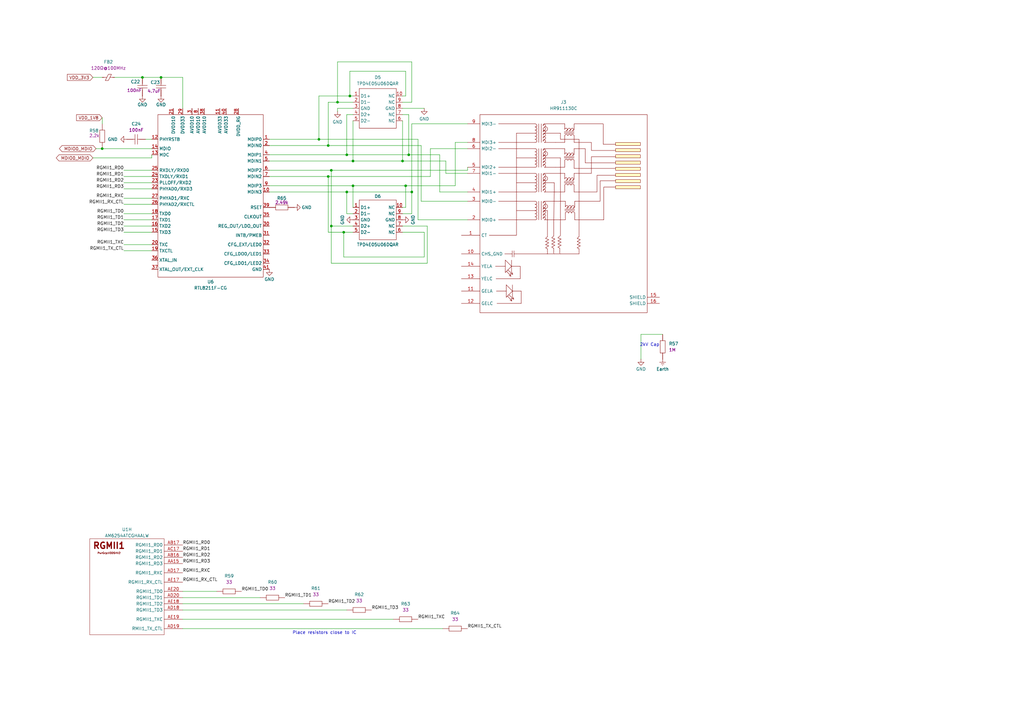
<source format=kicad_sch>
(kicad_sch (version 20250114) (generator "eeschema") (generator_version "9.0")
  (paper "A3")
  (lib_symbols
    (symbol "pepy_sym_lib:[CAP_SMD_0805_2012Metric]Samsung Electro-Mechanics CL21A475KAQNNNE" (pin_numbers (hide yes))
      (property "Reference" "C" (at 0 3.302 0))
      (property "Nvalue" "4.7uF" (at 0.254 -3.302 0))
      (symbol "[CAP_SMD_0805_2012Metric]Samsung Electro-Mechanics CL21A475KAQNNNE_1_1"
        (pin passive line (at -3.81 0 0) (length 2.54) (name "~") (number "1"))
        (pin passive line (at 3.81 0 180) (length 2.54) (name "~") (number "2"))
      )
    )
    (symbol "pepy_sym_lib:[CAP_SMD_0805_2012Metric]YAGEO CC0805KRX7R9BB104" (pin_numbers (hide yes)) (pin_names (offset 0.002))
      (property "Reference" "C" (at 0 5.842 0))
      (property "Nvalue" "100nF" (at 0.254 3.556 0))
      (symbol "[CAP_SMD_0805_2012Metric]YAGEO CC0805KRX7R9BB104_1_1"
        (pin passive line (at -3.81 0 0) (length 2.54) (name "~") (number "1"))
        (pin passive line (at 3.81 0 180) (length 2.54) (name "~") (number "2"))
      )
    )
    (symbol "pepy_sym_lib:[CPU]Texas Instruments AM6254ATCGHAALW"
      (property "Reference" "U" (at 0 -1.524 0))
      (property "Value" "AM6254ATCGHAALW" (at 0.254 -3.81 0))
      (symbol "[CPU]Texas Instruments AM6254ATCGHAALW_1_1"
        (text "GROUND" (at 0 78.486 0) (effects (font (size 2.54 2.54) (thickness 0.508) (bold yes))))
        (pin power_in line (at -27.94 78.74 0) (length 7.62) (name "VSS") (number "A1"))
        (pin power_in line (at -27.94 76.2 0) (length 7.62) (name "VSS") (number "A24"))
        (pin power_in line (at -27.94 73.66 0) (length 7.62) (name "VSS") (number "A25"))
        (pin power_in line (at -27.94 71.12 0) (length 7.62) (name "VSS") (number "B25"))
        (pin power_in line (at -27.94 68.58 0) (length 7.62) (name "VSS") (number "F13"))
        (pin power_in line (at -27.94 66.04 0) (length 7.62) (name "VSS") (number "G13"))
        (pin power_in line (at -27.94 63.5 0) (length 7.62) (name "VSS") (number "G19"))
        (pin power_in line (at -27.94 60.96 0) (length 7.62) (name "VSS") (number "H13"))
        (pin power_in line (at -27.94 58.42 0) (length 7.62) (name "VSS") (number "H16"))
        (pin power_in line (at -27.94 55.88 0) (length 7.62) (name "VSS") (number "H18"))
        (pin power_in line (at -27.94 53.34 0) (length 7.62) (name "VSS") (number "H20"))
        (pin power_in line (at -27.94 50.8 0) (length 7.62) (name "VSS") (number "J7"))
        (pin power_in line (at -27.94 48.26 0) (length 7.62) (name "VSS") (number "J13"))
        (pin power_in line (at -27.94 45.72 0) (length 7.62) (name "VSS") (number "K7"))
        (pin power_in line (at -27.94 43.18 0) (length 7.62) (name "VSS") (number "K13"))
        (pin power_in line (at -27.94 40.64 0) (length 7.62) (name "VSS") (number "K15"))
        (pin power_in line (at -27.94 38.1 0) (length 7.62) (name "VSS") (number "K19"))
        (pin power_in line (at -27.94 35.56 0) (length 7.62) (name "VSS") (number "L20"))
        (pin power_in line (at -27.94 33.02 0) (length 7.62) (name "VSS") (number "M7"))
        (pin power_in line (at -27.94 30.48 0) (length 7.62) (name "VSS") (number "M8"))
        (pin power_in line (at -27.94 27.94 0) (length 7.62) (name "VSS") (number "M10"))
        (pin power_in line (at -27.94 25.4 0) (length 7.62) (name "VSS") (number "M12"))
        (pin power_in line (at -27.94 22.86 0) (length 7.62) (name "VSS") (number "M13"))
        (pin power_in line (at -27.94 20.32 0) (length 7.62) (name "VSS") (number "M17"))
        (pin power_in line (at -27.94 17.78 0) (length 7.62) (name "VSS") (number "M18"))
        (pin power_in line (at -27.94 15.24 0) (length 7.62) (name "VSS") (number "N15"))
        (pin power_in line (at -27.94 12.7 0) (length 7.62) (name "VSS") (number "P7"))
        (pin power_in line (at -27.94 10.16 0) (length 7.62) (name "VSS") (number "P10"))
        (pin power_in line (at -27.94 7.62 0) (length 7.62) (name "VSS") (number "P13"))
        (pin power_in line (at -27.94 5.08 0) (length 7.62) (name "VSS") (number "R13"))
        (pin power_in line (at -27.94 2.54 0) (length 7.62) (name "VSS") (number "R15"))
        (pin power_in line (at 27.94 78.74 180) (length 7.62) (name "VSS") (number "AE25"))
        (pin power_in line (at 27.94 76.2 180) (length 7.62) (name "VSS") (number "AE24"))
        (pin power_in line (at 27.94 73.66 180) (length 7.62) (name "VSS") (number "AE16"))
        (pin power_in line (at 27.94 71.12 180) (length 7.62) (name "VSS") (number "AE12"))
        (pin power_in line (at 27.94 68.58 180) (length 7.62) (name "VSS") (number "AE8"))
        (pin power_in line (at 27.94 66.04 180) (length 7.62) (name "VSS") (number "AE1"))
        (pin power_in line (at 27.94 63.5 180) (length 7.62) (name "VSS") (number "AD25"))
        (pin power_in line (at 27.94 60.96 180) (length 7.62) (name "VSS") (number "AD16"))
        (pin power_in line (at 27.94 58.42 180) (length 7.62) (name "VSS") (number "AD12"))
        (pin power_in line (at 27.94 55.88 180) (length 7.62) (name "VSS") (number "AD9"))
        (pin power_in line (at 27.94 53.34 180) (length 7.62) (name "VSS") (number "AD1"))
        (pin power_in line (at 27.94 50.8 180) (length 7.62) (name "VSS") (number "AB9"))
        (pin power_in line (at 27.94 48.26 180) (length 7.62) (name "VSS") (number "AA11"))
        (pin power_in line (at 27.94 45.72 180) (length 7.62) (name "VSS") (number "Y2"))
        (pin power_in line (at 27.94 43.18 180) (length 7.62) (name "VSS") (number "W7"))
        (pin power_in line (at 27.94 40.64 180) (length 7.62) (name "VSS") (number "V18"))
        (pin power_in line (at 27.94 38.1 180) (length 7.62) (name "VSS") (number "V16"))
        (pin power_in line (at 27.94 35.56 180) (length 7.62) (name "VSS") (number "V13"))
        (pin power_in line (at 27.94 33.02 180) (length 7.62) (name "VSS") (number "V11"))
        (pin power_in line (at 27.94 30.48 180) (length 7.62) (name "VSS") (number "V10"))
        (pin power_in line (at 27.94 27.94 180) (length 7.62) (name "VSS") (number "V9"))
        (pin power_in line (at 27.94 25.4 180) (length 7.62) (name "VSS") (number "U19"))
        (pin power_in line (at 27.94 22.86 180) (length 7.62) (name "VSS") (number "U8"))
        (pin power_in line (at 27.94 20.32 180) (length 7.62) (name "VSS") (number "T18"))
        (pin power_in line (at 27.94 17.78 180) (length 7.62) (name "VSS") (number "T17"))
        (pin power_in line (at 27.94 15.24 180) (length 7.62) (name "VSS") (number "T16"))
        (pin power_in line (at 27.94 12.7 180) (length 7.62) (name "VSS") (number "T14"))
        (pin power_in line (at 27.94 10.16 180) (length 7.62) (name "VSS") (number "T13"))
        (pin power_in line (at 27.94 7.62 180) (length 7.62) (name "VSS") (number "T8"))
        (pin power_in line (at 27.94 5.08 180) (length 7.62) (name "VSS") (number "R20"))
        (pin power_in line (at 27.94 2.54 180) (length 7.62) (name "VSS") (number "R18"))
      )
      (symbol "[CPU]Texas Instruments AM6254ATCGHAALW_2_1"
        (text "SoC Power\n" (at 0 97.536 0) (effects (font (size 2.032 2.032) (thickness 0.508) (bold yes))))
        (pin power_in line (at -27.94 97.79 0) (length 7.62) (name "VDD_CORE") (number "H8"))
        (pin power_in line (at -27.94 95.25 0) (length 7.62) (name "VDD_CORE") (number "J11"))
        (pin power_in line (at -27.94 92.71 0) (length 7.62) (name "VDD_CORE") (number "J14"))
        (pin power_in line (at -27.94 90.17 0) (length 7.62) (name "VDD_CORE") (number "K17"))
        (pin power_in line (at -27.94 87.63 0) (length 7.62) (name "VDD_CORE") (number "L12"))
        (pin power_in line (at -27.94 85.09 0) (length 7.62) (name "VDD_CORE") (number "L15"))
        (pin power_in line (at -27.94 82.55 0) (length 7.62) (name "VDD_CORE") (number "M16"))
        (pin power_in line (at -27.94 80.01 0) (length 7.62) (name "VDD_CORE") (number "N8"))
        (pin power_in line (at -27.94 77.47 0) (length 7.62) (name "VDD_CORE") (number "N11"))
        (pin power_in line (at -27.94 74.93 0) (length 7.62) (name "VDD_CORE") (number "N13"))
        (pin power_in line (at -27.94 72.39 0) (length 7.62) (name "VDD_CORE") (number "P17"))
        (pin power_in line (at -27.94 69.85 0) (length 7.62) (name "VDD_CORE") (number "R11"))
        (pin power_in line (at -27.94 67.31 0) (length 7.62) (name "VDD_CORE") (number "R14"))
        (pin power_in line (at -27.94 64.77 0) (length 7.62) (name "VDD_CORE") (number "U12"))
        (pin power_in line (at -27.94 62.23 0) (length 7.62) (name "VDD_CORE") (number "V8"))
        (pin power_in line (at -27.94 59.69 0) (length 7.62) (name "VDD_CORE") (number "V15"))
        (pin power_in line (at -27.94 57.15 0) (length 7.62) (name "VDD_CORE") (number "V17"))
        (pin power_in line (at -27.94 53.34 0) (length 7.62) (name "VDDR_CORE") (number "K16"))
        (pin power_in line (at -27.94 50.8 0) (length 7.62) (name "VDDR_CORE") (number "N12"))
        (pin power_in line (at -27.94 48.26 0) (length 7.62) (name "VDDR_CORE") (number "N14"))
        (pin power_in line (at -27.94 45.72 0) (length 7.62) (name "VDDR_CORE") (number "P16"))
        (pin power_in line (at -27.94 43.18 0) (length 7.62) (name "VDDR_CORE") (number "R12"))
        (pin power_in line (at -27.94 40.64 0) (length 7.62) (name "VDDR_CORE") (number "T10"))
        (pin power_in line (at -27.94 38.1 0) (length 7.62) (name "VDDR_CORE") (number "U14"))
        (pin power_in line (at -27.94 35.56 0) (length 7.62) (name "VDDR_CORE") (number "J12"))
        (pin power_in line (at -27.94 31.75 0) (length 7.62) (name "VDDS_DDR") (number "K9"))
        (pin power_in line (at -27.94 29.21 0) (length 7.62) (name "VDDS_DDR") (number "L8"))
        (pin power_in line (at -27.94 26.67 0) (length 7.62) (name "VDDS_DDR") (number "P9"))
        (pin power_in line (at -27.94 24.13 0) (length 7.62) (name "VDDS_DDR") (number "R8"))
        (pin power_in line (at -27.94 20.32 0) (length 7.62) (name "VDDS_OSC0") (number "G7"))
        (pin power_in line (at -27.94 16.51 0) (length 7.62) (name "VDD_CANUART") (number "F8"))
        (pin power_in line (at -27.94 11.43 0) (length 7.62) (name "VMON_1P8_SOC") (number "G10"))
        (pin power_in line (at -27.94 8.89 0) (length 7.62) (name "VMON_3P3_SOC") (number "K10"))
        (pin power_in line (at -27.94 6.35 0) (length 7.62) (name "VMON_ER_VSYS") (number "H10"))
        (pin power_in line (at -27.94 2.54 0) (length 7.62) (name "VPP") (number "J8"))
        (pin power_in line (at 27.94 97.79 180) (length 7.62) (name "VDDSHV0") (number "F15"))
        (pin power_in line (at 27.94 95.25 180) (length 7.62) (name "VDDSHV0") (number "G14"))
        (pin power_in line (at 27.94 91.44 180) (length 7.62) (name "VDDSHV1") (number "L18"))
        (pin power_in line (at 27.94 88.9 180) (length 7.62) (name "VDDSHV1") (number "M19"))
        (pin power_in line (at 27.94 85.09 180) (length 7.62) (name "VDDSHV2") (number "W16"))
        (pin power_in line (at 27.94 82.55 180) (length 7.62) (name "VDDSHV2") (number "W19"))
        (pin power_in line (at 27.94 78.74 180) (length 7.62) (name "VDDSHV3") (number "N18"))
        (pin power_in line (at 27.94 76.2 180) (length 7.62) (name "VDDSHV3") (number "P18"))
        (pin power_in line (at 27.94 73.66 180) (length 7.62) (name "VDDSHV3") (number "T19"))
        (pin power_in line (at 27.94 71.12 180) (length 7.62) (name "VDDSHV3") (number "U18"))
        (pin power_in line (at 27.94 68.58 180) (length 7.62) (name "VDDSHV4") (number "T7"))
        (pin power_in line (at 27.94 64.77 180) (length 7.62) (name "VDDSHV5") (number "G17"))
        (pin power_in line (at 27.94 60.96 180) (length 7.62) (name "VDDSHV6") (number "J18"))
        (pin power_in line (at 27.94 57.15 180) (length 7.62) (name "VDDSHV_MCU") (number "F11"))
        (pin power_in line (at 27.94 54.61 180) (length 7.62) (name "VDDSHV_MCU") (number "G12"))
        (pin power_in line (at 27.94 50.8 180) (length 7.62) (name "VDDSHV_CANUART") (number "H9"))
        (pin power_in line (at 27.94 46.99 180) (length 7.62) (name "VDDA_TEMP0") (number "T9"))
        (pin power_in line (at 27.94 44.45 180) (length 7.62) (name "VDDA_TEMP1") (number "G16"))
        (pin power_in line (at 27.94 40.64 180) (length 7.62) (name "VDD_PLL0") (number "U11"))
        (pin power_in line (at 27.94 38.1 180) (length 7.62) (name "VDD_PLL1") (number "U15"))
        (pin power_in line (at 27.94 35.56 180) (length 7.62) (name "VDD_PLL2") (number "L14"))
        (pin power_in line (at 27.94 31.75 180) (length 7.62) (name "VDDA_MCU") (number "L11"))
        (pin power_in line (at 27.94 27.94 180) (length 7.62) (name "VDDA_1P8_OLDI0") (number "W9"))
        (pin power_in line (at 27.94 25.4 180) (length 7.62) (name "VDDA_1P8_OLDI1") (number "W10"))
        (pin power_in line (at 27.94 21.59 180) (length 7.62) (name "VDDA_CORE_USB") (number "W12"))
        (pin power_in line (at 27.94 17.78 180) (length 7.62) (name "VDDA_CORE_CSIRX0") (number "W13"))
        (pin power_in line (at 27.94 13.97 180) (length 7.62) (name "VDDA_1P8_CSIRX0") (number "W14"))
        (pin power_in line (at 27.94 10.16 180) (length 7.62) (name "VDDA_1P8_USB") (number "Y11"))
        (pin power_in line (at 27.94 6.35 180) (length 7.62) (name "VDDA_3P3_USB") (number "Y13"))
      )
      (symbol "[CPU]Texas Instruments AM6254ATCGHAALW_3_1"
        (text "CAP" (at 6.35 13.208 0) (effects (font (size 2.032 2.032) (thickness 0.508) (bold yes))))
        (pin passive line (at -21.59 22.86 0) (length 7.62) (name "CAP_VDDS0") (number "H15"))
        (pin passive line (at -21.59 20.32 0) (length 7.62) (name "CAP_VDDS1") (number "K18"))
        (pin passive line (at -21.59 17.78 0) (length 7.62) (name "CAP_VDDS2") (number "W17"))
        (pin passive line (at -21.59 15.24 0) (length 7.62) (name "CAP_VDDS3") (number "P19"))
        (pin passive line (at -21.59 12.7 0) (length 7.62) (name "CAP_VDDS4") (number "U7"))
        (pin passive line (at -21.59 10.16 0) (length 7.62) (name "CAP_VDDS5") (number "H17"))
        (pin passive line (at -21.59 7.62 0) (length 7.62) (name "CAP_VDDS6") (number "J19"))
        (pin passive line (at -21.59 5.08 0) (length 7.62) (name "CAP_VDDS_MCU") (number "H11"))
        (pin passive line (at -21.59 2.54 0) (length 7.62) (name "CAP_VDDS_CANUART") (number "G9"))
      )
      (symbol "[CPU]Texas Instruments AM6254ATCGHAALW_4_1"
        (text "CSI\n" (at -7.366 27.686 0) (effects (font (size 2.54 2.54) (thickness 0.508) (bold yes))))
        (text "PwrGrp:VDDA_1P8_CSIRX" (at -7.366 24.638 0) (effects (font (size 0.762 0.762))))
        (pin bidirectional line (at 22.86 27.94 180) (length 7.62) (name "CSI0_RXRCALIB") (number "AA14"))
        (pin bidirectional line (at 22.86 25.4 180) (length 7.62) (name "CSI0_RXCLKN") (number "AD15"))
        (pin bidirectional line (at 22.86 22.86 180) (length 7.62) (name "CSI0_RXCLKP") (number "AE15"))
        (pin bidirectional line (at 22.86 20.32 180) (length 7.62) (name "CSI0_RXN3") (number "AB12"))
        (pin bidirectional line (at 22.86 17.78 180) (length 7.62) (name "CSI0_RXP3") (number "AC13"))
        (pin bidirectional line (at 22.86 15.24 180) (length 7.62) (name "CSI0_RXN2") (number "AD13"))
        (pin bidirectional line (at 22.86 12.7 180) (length 7.62) (name "CSI0_RXP2") (number "AE13"))
        (pin bidirectional line (at 22.86 10.16 180) (length 7.62) (name "CSI0_RXP1") (number "AD14"))
        (pin bidirectional line (at 22.86 7.62 180) (length 7.62) (name "CSI0_RXP1") (number "AE14"))
        (pin bidirectional line (at 22.86 5.08 180) (length 7.62) (name "CSI0_RXN0") (number "AB14"))
        (pin bidirectional line (at 22.86 2.54 180) (length 7.62) (name "CSI0_RXP0") (number "AC15"))
      )
      (symbol "[CPU]Texas Instruments AM6254ATCGHAALW_5_1"
        (text "OLDI\n" (at -5.08 34.798 0) (effects (font (size 2.54 2.54) (thickness 0.508) (bold yes))))
        (text "PwrGrp:VDDA_1P8_OLDI" (at -5.08 31.75 0) (effects (font (size 0.762 0.762))))
        (pin bidirectional line (at 22.86 62.23 180) (length 7.62) (name "OLDI0_A0P") (number "Y6"))
        (pin bidirectional line (at 22.86 59.69 180) (length 7.62) (name "OLDI0_A0N") (number "AA5"))
        (pin bidirectional line (at 22.86 55.88 180) (length 7.62) (name "OLDI0_A1P") (number "AB4"))
        (pin bidirectional line (at 22.86 53.34 180) (length 7.62) (name "OLDI0_A1N") (number "AD3"))
        (pin bidirectional line (at 22.86 49.53 180) (length 7.62) (name "OLDI0_A2P") (number "AA8"))
        (pin bidirectional line (at 22.86 46.99 180) (length 7.62) (name "OLDI0_A2N") (number "Y8"))
        (pin bidirectional line (at 22.86 43.18 180) (length 7.62) (name "OLDI0_A3P") (number "AA7"))
        (pin bidirectional line (at 22.86 40.64 180) (length 7.62) (name "OLDI0_A3N") (number "AB6"))
        (pin bidirectional line (at 22.86 36.83 180) (length 7.62) (name "OLDI0_A4P") (number "AC5"))
        (pin bidirectional line (at 22.86 34.29 180) (length 7.62) (name "OLDI0_A4N") (number "AC6"))
        (pin bidirectional line (at 22.86 30.48 180) (length 7.62) (name "OLDI0_A5P") (number "AD6"))
        (pin bidirectional line (at 22.86 27.94 180) (length 7.62) (name "OLDI0_A5N") (number "AE5"))
        (pin bidirectional line (at 22.86 24.13 180) (length 7.62) (name "OLDI0_A6P") (number "AD7"))
        (pin bidirectional line (at 22.86 21.59 180) (length 7.62) (name "OLDI0_A6N") (number "AE6"))
        (pin bidirectional line (at 22.86 17.78 180) (length 7.62) (name "OLDI0_A7P") (number "AE7"))
        (pin bidirectional line (at 22.86 15.24 180) (length 7.62) (name "OLDI0_A7N") (number "AD8"))
        (pin bidirectional line (at 22.86 11.43 180) (length 7.62) (name "OLDI0_CLK0P") (number "AE3"))
        (pin bidirectional line (at 22.86 8.89 180) (length 7.62) (name "OLDI0_CLK0N") (number "AD4"))
        (pin bidirectional line (at 22.86 5.08 180) (length 7.62) (name "OLDI0_CLK1P") (number "AD5"))
        (pin bidirectional line (at 22.86 2.54 180) (length 7.62) (name "OLDI0_CLK1N") (number "AE4"))
      )
      (symbol "[CPU]Texas Instruments AM6254ATCGHAALW_6_1"
        (text "DDR\n" (at -0.762 114.554 0) (effects (font (size 2.54 2.54) (thickness 0.508) (bold yes))))
        (text "PwrGrp:VDDS_DDR,\nVDDS_DDR_C" (at -0.762 111.506 0) (effects (font (size 0.762 0.762))))
        (pin bidirectional line (at -27.94 115.57 0) (length 7.62) (name "DDR0_DQ0") (number "F4"))
        (pin bidirectional line (at -27.94 113.03 0) (length 7.62) (name "DDR0_DQ1") (number "G5"))
        (pin bidirectional line (at -27.94 110.49 0) (length 7.62) (name "DDR0_DQ2") (number "F3"))
        (pin bidirectional line (at -27.94 107.95 0) (length 7.62) (name "DDR0_DQ3") (number "H6"))
        (pin bidirectional line (at -27.94 105.41 0) (length 7.62) (name "DDR0_DQ4") (number "E3"))
        (pin bidirectional line (at -27.94 102.87 0) (length 7.62) (name "DDR0_DQ5") (number "G2"))
        (pin bidirectional line (at -27.94 100.33 0) (length 7.62) (name "DDR0_DQ6") (number "F2"))
        (pin bidirectional line (at -27.94 97.79 0) (length 7.62) (name "DDR0_DQ7") (number "F1"))
        (pin bidirectional line (at -27.94 95.25 0) (length 7.62) (name "DDR0_DQ8") (number "U1"))
        (pin bidirectional line (at -27.94 92.71 0) (length 7.62) (name "DDR0_DQ9") (number "U3"))
        (pin bidirectional line (at -27.94 90.17 0) (length 7.62) (name "DDR0_DQ10") (number "U2"))
        (pin bidirectional line (at -27.94 87.63 0) (length 7.62) (name "DDR0_DQ11") (number "V5"))
        (pin bidirectional line (at -27.94 85.09 0) (length 7.62) (name "DDR0_DQ12") (number "W2"))
        (pin bidirectional line (at -27.94 82.55 0) (length 7.62) (name "DDR0_DQ13") (number "V6"))
        (pin bidirectional line (at -27.94 80.01 0) (length 7.62) (name "DDR0_DQ14") (number "Y1"))
        (pin bidirectional line (at -27.94 77.47 0) (length 7.62) (name "DDR0_DQ15") (number "W1"))
        (pin bidirectional line (at -27.94 73.66 0) (length 7.62) (name "DDR0_BA0") (number "M1"))
        (pin bidirectional line (at -27.94 71.12 0) (length 7.62) (name "DDR0_BA1") (number "N1"))
        (pin bidirectional line (at -27.94 67.31 0) (length 7.62) (name "DDR0_BG0") (number "T4"))
        (pin bidirectional line (at -27.94 64.77 0) (length 7.62) (name "DDR0_BG1") (number "N2"))
        (pin bidirectional line (at -27.94 60.96 0) (length 7.62) (name "DDR0_ATB0") (number "T2"))
        (pin bidirectional line (at -27.94 58.42 0) (length 7.62) (name "DDR0_ATB1") (number "U4"))
        (pin bidirectional line (at -27.94 54.61 0) (length 7.62) (name "DDR0_CK0") (number "L1"))
        (pin bidirectional line (at -27.94 52.07 0) (length 7.62) (name "DDR0_CK0_N") (number "L2"))
        (pin bidirectional line (at -27.94 48.26 0) (length 7.62) (name "DDR0_CKE0") (number "H2"))
        (pin bidirectional line (at -27.94 45.72 0) (length 7.62) (name "DDR0_CKE1") (number "J4"))
        (pin bidirectional line (at -27.94 41.91 0) (length 7.62) (name "DDR0_CS0_N") (number "L6"))
        (pin bidirectional line (at -27.94 39.37 0) (length 7.62) (name "DDR0_CS1_N") (number "K2"))
        (pin bidirectional line (at -27.94 35.56 0) (length 7.62) (name "DDR0_ODT0") (number "H1"))
        (pin bidirectional line (at -27.94 33.02 0) (length 7.62) (name "DDR0_ODT1") (number "J3"))
        (pin bidirectional line (at -27.94 29.21 0) (length 7.62) (name "DDR0_ACT_N") (number "N6"))
        (pin bidirectional line (at -27.94 25.4 0) (length 7.62) (name "DDR0_ALERT_N") (number "R3"))
        (pin bidirectional line (at -27.94 21.59 0) (length 7.62) (name "DDR0_CAL0") (number "M2"))
        (pin bidirectional line (at -27.94 17.78 0) (length 7.62) (name "DDR0_CAS_N") (number "M4"))
        (pin bidirectional line (at -27.94 13.97 0) (length 7.62) (name "DDR0_PAR") (number "T1"))
        (pin bidirectional line (at -27.94 10.16 0) (length 7.62) (name "DDR0_RAS_N") (number "M5"))
        (pin bidirectional line (at -27.94 6.35 0) (length 7.62) (name "DDR0_RESET0_N") (number "G1"))
        (pin bidirectional line (at -27.94 2.54 0) (length 7.62) (name "DDR0_WE_N") (number "N3"))
        (pin bidirectional line (at 26.67 115.57 180) (length 7.62) (name "DDR0_DM0") (number "H5"))
        (pin bidirectional line (at 26.67 113.03 180) (length 7.62) (name "DDR0_DM1") (number "W5"))
        (pin bidirectional line (at 26.67 109.22 180) (length 7.62) (name "DDR0_A0") (number "J1"))
        (pin bidirectional line (at 26.67 106.68 180) (length 7.62) (name "DDR0_A1") (number "J2"))
        (pin bidirectional line (at 26.67 104.14 180) (length 7.62) (name "DDR0_A2") (number "K3"))
        (pin bidirectional line (at 26.67 101.6 180) (length 7.62) (name "DDR0_A3") (number "L5"))
        (pin bidirectional line (at 26.67 99.06 180) (length 7.62) (name "DDR0_A4") (number "K4"))
        (pin bidirectional line (at 26.67 96.52 180) (length 7.62) (name "DDR0_A5") (number "K1"))
        (pin bidirectional line (at 26.67 93.98 180) (length 7.62) (name "DDR0_A6") (number "R2"))
        (pin bidirectional line (at 26.67 91.44 180) (length 7.62) (name "DDR0_A7") (number "P2"))
        (pin bidirectional line (at 26.67 88.9 180) (length 7.62) (name "DDR0_A8") (number "P1"))
        (pin bidirectional line (at 26.67 86.36 180) (length 7.62) (name "DDR0_A9") (number "P4"))
        (pin bidirectional line (at 26.67 83.82 180) (length 7.62) (name "DDR0_A10") (number "R5"))
        (pin bidirectional line (at 26.67 81.28 180) (length 7.62) (name "DDR0_A11") (number "P5"))
        (pin bidirectional line (at 26.67 78.74 180) (length 7.62) (name "DDR0_A12") (number "R6"))
        (pin bidirectional line (at 26.67 76.2 180) (length 7.62) (name "DDR0_A13") (number "R1"))
        (pin bidirectional line (at 26.67 72.39 180) (length 7.62) (name "DDR0_DQS0") (number "E1"))
        (pin bidirectional line (at 26.67 69.85 180) (length 7.62) (name "DDR0_DQS0_N") (number "E2"))
        (pin bidirectional line (at 26.67 66.04 180) (length 7.62) (name "DDR0_DQS1") (number "V1"))
        (pin bidirectional line (at 26.67 63.5 180) (length 7.62) (name "DDR0_DQS1_N") (number "V2"))
      )
      (symbol "[CPU]Texas Instruments AM6254ATCGHAALW_7_1"
        (text "General" (at -7.62 85.344 0) (effects (font (size 2.54 2.54) (thickness 0.508) (bold yes))))
        (text "PwrGrp:VDDSHV0 (3.3V)\n" (at -7.62 82.296 0) (effects (font (size 0.762 0.762))))
        (text "MMC2" (at -7.62 19.812 0) (effects (font (size 2.54 2.54) (thickness 0.508) (bold yes))))
        (text "PwrGrp:VDDSHV6 (1.8V)\n" (at -7.62 16.764 0) (effects (font (size 0.762 0.762))))
        (text "MMC0\n" (at -7.366 70.358 0) (effects (font (size 2.54 2.54) (thickness 0.508) (bold yes))))
        (text "PwrGrp:VDDSHV4 (1.8V)\n" (at -7.366 67.31 0) (effects (font (size 0.762 0.762))))
        (text "MMC1\n" (at -7.366 44.704 0) (effects (font (size 2.54 2.54) (thickness 0.508) (bold yes))))
        (text "PwrGrp:VDDSHV5 (1.8V)\n" (at -7.366 41.656 0) (effects (font (size 0.762 0.762))))
        (pin bidirectional line (at 21.59 86.36 180) (length 7.62) (name "MMC0_CLK") (number "AB1"))
        (pin bidirectional line (at 21.59 82.55 180) (length 7.62) (name "MMC0_DAT0") (number "AA2"))
        (pin bidirectional line (at 21.59 80.01 180) (length 7.62) (name "MMC0_DAT1") (number "AA1"))
        (pin bidirectional line (at 21.59 77.47 180) (length 7.62) (name "MMC0_DAT2") (number "AA3"))
        (pin bidirectional line (at 21.59 74.93 180) (length 7.62) (name "MMC0_DAT3") (number "Y4"))
        (pin bidirectional line (at 21.59 72.39 180) (length 7.62) (name "MMC0_DAT4") (number "AB2"))
        (pin bidirectional line (at 21.59 69.85 180) (length 7.62) (name "MMC0_DAT5") (number "AC1"))
        (pin bidirectional line (at 21.59 67.31 180) (length 7.62) (name "MMC0_DAT6") (number "AD2"))
        (pin bidirectional line (at 21.59 64.77 180) (length 7.62) (name "MMC0_DAT7") (number "AC2"))
        (pin bidirectional line (at 21.59 60.96 180) (length 7.62) (name "MMC0_CMD") (number "Y3"))
        (pin bidirectional line (at 21.59 55.88 180) (length 7.62) (name "MMC1_CLK") (number "B22"))
        (pin bidirectional line (at 21.59 52.07 180) (length 7.62) (name "MMC1_DAT0") (number "A22"))
        (pin bidirectional line (at 21.59 49.53 180) (length 7.62) (name "MMC1_DAT1") (number "B21"))
        (pin bidirectional line (at 21.59 46.99 180) (length 7.62) (name "MMC1_DAT2") (number "C21"))
        (pin bidirectional line (at 21.59 44.45 180) (length 7.62) (name "MMC1_DAT3") (number "D22"))
        (pin bidirectional line (at 21.59 40.64 180) (length 7.62) (name "MMC1_CMD") (number "A21"))
        (pin bidirectional line (at 21.59 35.56 180) (length 7.62) (name "MMC1_SDCD") (number "D17"))
        (pin bidirectional line (at 21.59 31.75 180) (length 7.62) (name "MMC1_SDWP") (number "C17"))
        (pin bidirectional line (at 21.59 26.67 180) (length 7.62) (name "MMC2_CLK") (number "D25"))
        (pin bidirectional line (at 21.59 22.86 180) (length 7.62) (name "MMC2_DAT0") (number "B24"))
        (pin bidirectional line (at 21.59 20.32 180) (length 7.62) (name "MMC2_DAT1") (number "C25"))
        (pin bidirectional line (at 21.59 17.78 180) (length 7.62) (name "MMC2_DAT2") (number "E23"))
        (pin bidirectional line (at 21.59 15.24 180) (length 7.62) (name "MMC2_DAT3") (number "D24"))
        (pin bidirectional line (at 21.59 11.43 180) (length 7.62) (name "MMC2_CMD") (number "C24"))
        (pin bidirectional line (at 21.59 7.62 180) (length 7.62) (name "MMC2_SDCD") (number "A23"))
        (pin bidirectional line (at 21.59 3.81 180) (length 7.62) (name "MMC2_SDWP") (number "B23"))
      )
      (symbol "[CPU]Texas Instruments AM6254ATCGHAALW_8_1"
        (text "RGMII1" (at -7.366 36.576 0) (effects (font (size 2.54 2.54) (thickness 0.508) (bold yes))))
        (text "PwrGrp:VDDSHV2" (at -7.366 33.528 0) (effects (font (size 0.762 0.762))))
        (pin bidirectional line (at 22.86 36.83 180) (length 7.62) (name "RGMII1_RD0") (number "AB17"))
        (pin bidirectional line (at 22.86 34.29 180) (length 7.62) (name "RGMII1_RD1") (number "AC17"))
        (pin bidirectional line (at 22.86 31.75 180) (length 7.62) (name "RGMII1_RD2") (number "AB16"))
        (pin bidirectional line (at 22.86 29.21 180) (length 7.62) (name "RGMII1_RD3") (number "AA15"))
        (pin bidirectional line (at 22.86 25.4 180) (length 7.62) (name "RGMII1_RXC") (number "AD17"))
        (pin bidirectional line (at 22.86 21.59 180) (length 7.62) (name "RGMII1_RX_CTL") (number "AE17"))
        (pin bidirectional line (at 22.86 17.78 180) (length 7.62) (name "RGMII1_TD0") (number "AE20"))
        (pin bidirectional line (at 22.86 15.24 180) (length 7.62) (name "RGMII1_TD1") (number "AD20"))
        (pin bidirectional line (at 22.86 12.7 180) (length 7.62) (name "RGMII1_TD2") (number "AE18"))
        (pin bidirectional line (at 22.86 10.16 180) (length 7.62) (name "RGMII1_TD3") (number "AD18"))
        (pin bidirectional line (at 22.86 6.35 180) (length 7.62) (name "RGMII1_TXC") (number "AE19"))
        (pin bidirectional line (at 22.86 2.54 180) (length 7.62) (name "RMII1_TX_CTL") (number "AD19"))
      )
      (symbol "[CPU]Texas Instruments AM6254ATCGHAALW_9_1"
        (text "RGMII2\n" (at 6.858 36.83 0) (effects (font (size 2.54 2.54) (thickness 0.508) (bold yes))))
        (text "PwrGrp:VDDSHV2" (at 6.858 33.782 0) (effects (font (size 0.762 0.762))))
        (pin bidirectional line (at -24.13 36.83 0) (length 7.62) (name "RMII2_TX_CTL") (number "AA19"))
        (pin bidirectional line (at -24.13 33.02 0) (length 7.62) (name "RGMII2_TXC") (number "AE21"))
        (pin bidirectional line (at -24.13 29.21 0) (length 7.62) (name "RGMII2_TD3") (number "AC20"))
        (pin bidirectional line (at -24.13 26.67 0) (length 7.62) (name "RGMII2_TD2") (number "AD21"))
        (pin bidirectional line (at -24.13 24.13 0) (length 7.62) (name "RGMII2_TD1") (number "AA18"))
        (pin bidirectional line (at -24.13 21.59 0) (length 7.62) (name "RGMII2_TD0") (number "Y18"))
        (pin bidirectional line (at -24.13 17.78 0) (length 7.62) (name "RGMII2_RX_CTL") (number "AD22"))
        (pin bidirectional line (at -24.13 13.97 0) (length 7.62) (name "RGMII2_RXC") (number "AD23"))
        (pin bidirectional line (at -24.13 10.16 0) (length 7.62) (name "RGMII2_RD3") (number "AE22"))
        (pin bidirectional line (at -24.13 7.62 0) (length 7.62) (name "RGMII2_RD2") (number "AC21"))
        (pin bidirectional line (at -24.13 5.08 0) (length 7.62) (name "RGMII2_RD1") (number "AB20"))
        (pin bidirectional line (at -24.13 2.54 0) (length 7.62) (name "RGMII2_RD0") (number "AE23"))
      )
      (symbol "[CPU]Texas Instruments AM6254ATCGHAALW_10_1"
        (text "VOUT0\n" (at 6.858 55.88 0) (effects (font (size 2.54 2.54) (thickness 0.508) (bold yes))))
        (text "PwrGrp:VDDSHV3\n(1.8V)\n" (at 6.858 52.832 0) (effects (font (size 0.762 0.762))))
        (pin bidirectional line (at -24.13 55.88 0) (length 7.62) (name "VOUT0_DATA0") (number "U22"))
        (pin bidirectional line (at -24.13 53.34 0) (length 7.62) (name "VOUT0_DATA1") (number "V24"))
        (pin bidirectional line (at -24.13 50.8 0) (length 7.62) (name "VOUT0_DATA2") (number "W25"))
        (pin bidirectional line (at -24.13 48.26 0) (length 7.62) (name "VOUT0_DATA3") (number "W24"))
        (pin bidirectional line (at -24.13 45.72 0) (length 7.62) (name "VOUT0_DATA4") (number "Y25"))
        (pin bidirectional line (at -24.13 43.18 0) (length 7.62) (name "VOUT0_DATA5") (number "Y24"))
        (pin bidirectional line (at -24.13 40.64 0) (length 7.62) (name "VOUT0_DATA6") (number "Y23"))
        (pin bidirectional line (at -24.13 38.1 0) (length 7.62) (name "VOUT0_DATA7") (number "AA25"))
        (pin bidirectional line (at -24.13 35.56 0) (length 7.62) (name "VOUT0_DATA8") (number "V21"))
        (pin bidirectional line (at -24.13 33.02 0) (length 7.62) (name "VOUT0_DATA9") (number "W21"))
        (pin bidirectional line (at -24.13 30.48 0) (length 7.62) (name "VOUT0_DATA10") (number "V20"))
        (pin bidirectional line (at -24.13 27.94 0) (length 7.62) (name "VOUT0_DATA11") (number "AA23"))
        (pin bidirectional line (at -24.13 25.4 0) (length 7.62) (name "VOUT0_DATA12") (number "AB25"))
        (pin bidirectional line (at -24.13 22.86 0) (length 7.62) (name "VOUT0_DATA13") (number "AA24"))
        (pin bidirectional line (at -24.13 20.32 0) (length 7.62) (name "VOUT0_DATA14") (number "Y22"))
        (pin bidirectional line (at -24.13 17.78 0) (length 7.62) (name "VOUT0_DATA15") (number "AA21"))
        (pin bidirectional line (at -24.13 13.97 0) (length 7.62) (name "VOUT0_PCLK") (number "AC24"))
        (pin bidirectional line (at -24.13 10.16 0) (length 7.62) (name "VOUT0_DE") (number "Y20"))
        (pin bidirectional line (at -24.13 6.35 0) (length 7.62) (name "VOUT0_VSYNC") (number "AC25"))
        (pin bidirectional line (at -24.13 2.54 0) (length 7.62) (name "VOUT0_HSYNC") (number "AB24"))
      )
      (symbol "[CPU]Texas Instruments AM6254ATCGHAALW_11_1"
        (text "COMM" (at -2.032 24.384 0) (effects (font (size 2.54 2.54) (thickness 0.508) (bold yes))))
        (text "PwrGrp:VDDSHV0\n(3.3V)" (at -2.032 21.336 0) (effects (font (size 0.762 0.762))))
        (pin bidirectional line (at -29.21 25.4 0) (length 7.62) (name "I2C0_SCL") (number "B16"))
        (pin bidirectional line (at -29.21 22.86 0) (length 7.62) (name "I2C0_SDA") (number "A16"))
        (pin bidirectional line (at -29.21 19.05 0) (length 7.62) (name "I2C1_SCL") (number "B17"))
        (pin bidirectional line (at -29.21 16.51 0) (length 7.62) (name "I2C1_SDA") (number "A17"))
        (pin bidirectional line (at -29.21 12.7 0) (length 7.62) (name "SPI0_CLK") (number "A14"))
        (pin bidirectional line (at -29.21 10.16 0) (length 7.62) (name "SPI0_D0") (number "B13"))
        (pin bidirectional line (at -29.21 7.62 0) (length 7.62) (name "SPI0_D1") (number "B14"))
        (pin bidirectional line (at -29.21 5.08 0) (length 7.62) (name "SPI0_CS0") (number "A13"))
        (pin bidirectional line (at -29.21 2.54 0) (length 7.62) (name "SPI0_CS1") (number "C13"))
        (pin bidirectional line (at 25.4 25.4 180) (length 7.62) (name "MCAN0_RX") (number "E15"))
        (pin bidirectional line (at 25.4 22.86 180) (length 7.62) (name "MCAN0_TX") (number "C15"))
        (pin bidirectional line (at 25.4 19.05 180) (length 7.62) (name "UART0_CTSN") (number "A15"))
        (pin bidirectional line (at 25.4 16.51 180) (length 7.62) (name "UART0_RTSN") (number "B15"))
        (pin bidirectional line (at 25.4 12.7 180) (length 7.62) (name "UART0_RXD") (number "D14"))
        (pin bidirectional line (at 25.4 10.16 180) (length 7.62) (name "UART0_TXD") (number "E14"))
        (pin bidirectional line (at 25.4 6.35 180) (length 7.62) (name "EXT_REFCLK1") (number "A18"))
      )
      (symbol "[CPU]Texas Instruments AM6254ATCGHAALW_12_1"
        (text "OSPI" (at -7.366 42.926 0) (effects (font (size 2.54 2.54) (thickness 0.508) (bold yes))))
        (text "PwrGrp:VDDSHV1\n(3.3V)" (at -7.366 39.878 0) (effects (font (size 0.762 0.762))))
        (pin bidirectional line (at 22.86 43.18 180) (length 7.62) (name "OSPI0_CLK") (number "H24"))
        (pin bidirectional line (at 22.86 39.37 180) (length 7.62) (name "OSPI0_D0") (number "E25"))
        (pin bidirectional line (at 22.86 36.83 180) (length 7.62) (name "OSPI0_D1") (number "G24"))
        (pin bidirectional line (at 22.86 34.29 180) (length 7.62) (name "OSPI0_D2") (number "F25"))
        (pin bidirectional line (at 22.86 31.75 180) (length 7.62) (name "OSPI0_D3") (number "F24"))
        (pin bidirectional line (at 22.86 29.21 180) (length 7.62) (name "OSPI0_D4") (number "J23"))
        (pin bidirectional line (at 22.86 26.67 180) (length 7.62) (name "OSPI0_D5") (number "J25"))
        (pin bidirectional line (at 22.86 24.13 180) (length 7.62) (name "OSPI0_D6") (number "H25"))
        (pin bidirectional line (at 22.86 21.59 180) (length 7.62) (name "OSPI0_D7") (number "J22"))
        (pin bidirectional line (at 22.86 17.78 180) (length 7.62) (name "OSPI0_CSN0") (number "F23"))
        (pin bidirectional line (at 22.86 15.24 180) (length 7.62) (name "OSPI0_CSN1") (number "G21"))
        (pin bidirectional line (at 22.86 12.7 180) (length 7.62) (name "OSPI0_CSN2") (number "H21"))
        (pin bidirectional line (at 22.86 10.16 180) (length 7.62) (name "OSPI0_CSN3") (number "E24"))
        (pin bidirectional line (at 22.86 6.35 180) (length 7.62) (name "OSPI0_DQS") (number "J24"))
        (pin bidirectional line (at 22.86 2.54 180) (length 7.62) (name "OSPI0_LBCLKO") (number "G25"))
      )
      (symbol "[CPU]Texas Instruments AM6254ATCGHAALW_13_1"
        (text "MCASP0" (at -6.096 22.606 0) (effects (font (size 2.54 2.54) (thickness 0.508) (bold yes))))
        (text "PwrGrp:VDDSHV0\n(3.3V)" (at -6.096 19.558 0) (effects (font (size 0.762 0.762))))
        (pin bidirectional line (at 24.13 22.86 180) (length 7.62) (name "MCASP0_AXR0") (number "E18"))
        (pin bidirectional line (at 24.13 20.32 180) (length 7.62) (name "MCASP0_AXR1") (number "B18"))
        (pin bidirectional line (at 24.13 17.78 180) (length 7.62) (name "MCASP0_AXR2") (number "A19"))
        (pin bidirectional line (at 24.13 15.24 180) (length 7.62) (name "MCASP0_AXR3") (number "B19"))
        (pin bidirectional line (at 24.13 11.43 180) (length 7.62) (name "MCASP0_ACLKX") (number "B20"))
        (pin bidirectional line (at 24.13 8.89 180) (length 7.62) (name "MCASP0_ACLKR") (number "A20"))
        (pin bidirectional line (at 24.13 5.08 180) (length 7.62) (name "MCASP0_AFSX") (number "D20"))
        (pin bidirectional line (at 24.13 2.54 180) (length 7.62) (name "MCASP0_AFSR") (number "E19"))
      )
      (symbol "[CPU]Texas Instruments AM6254ATCGHAALW_14_1"
        (text "GPMC" (at -7.366 86.614 0) (effects (font (size 2.54 2.54) (thickness 0.508) (bold yes))))
        (text "PwrGrp:VDDSHV3\n(1.8V)" (at -7.366 83.566 0) (effects (font (size 0.762 0.762))))
        (pin bidirectional line (at 21.59 88.9 180) (length 7.62) (name "GPMC0_CLK") (number "P25"))
        (pin bidirectional line (at 21.59 85.09 180) (length 7.62) (name "GPMC0_AD0") (number "M25"))
        (pin bidirectional line (at 21.59 82.55 180) (length 7.62) (name "GPMC0_AD1") (number "N23"))
        (pin bidirectional line (at 21.59 80.01 180) (length 7.62) (name "GPMC0_AD2") (number "N24"))
        (pin bidirectional line (at 21.59 77.47 180) (length 7.62) (name "GPMC0_AD3") (number "N25"))
        (pin bidirectional line (at 21.59 74.93 180) (length 7.62) (name "GPMC0_AD4") (number "P24"))
        (pin bidirectional line (at 21.59 72.39 180) (length 7.62) (name "GPMC0_AD5") (number "P22"))
        (pin bidirectional line (at 21.59 69.85 180) (length 7.62) (name "GPMC0_AD6") (number "P21"))
        (pin bidirectional line (at 21.59 67.31 180) (length 7.62) (name "GPMC0_AD7") (number "R23"))
        (pin bidirectional line (at 21.59 64.77 180) (length 7.62) (name "GPMC0_AD8") (number "R24"))
        (pin bidirectional line (at 21.59 62.23 180) (length 7.62) (name "GPMC0_AD9") (number "R25"))
        (pin bidirectional line (at 21.59 59.69 180) (length 7.62) (name "GPMC0_AD10") (number "T25"))
        (pin bidirectional line (at 21.59 57.15 180) (length 7.62) (name "GPMC0_AD11") (number "R21"))
        (pin bidirectional line (at 21.59 54.61 180) (length 7.62) (name "GPMC0_AD12") (number "T22"))
        (pin bidirectional line (at 21.59 52.07 180) (length 7.62) (name "GPMC0_AD13") (number "T24"))
        (pin bidirectional line (at 21.59 49.53 180) (length 7.62) (name "GPMC0_AD14") (number "U25"))
        (pin bidirectional line (at 21.59 46.99 180) (length 7.62) (name "GPMC0_AD15") (number "U24"))
        (pin bidirectional line (at 21.59 43.18 180) (length 7.62) (name "GPMC0_CSN0") (number "M21"))
        (pin bidirectional line (at 21.59 40.64 180) (length 7.62) (name "GPMC0_CSN1") (number "L21"))
        (pin bidirectional line (at 21.59 38.1 180) (length 7.62) (name "GPMC0_CSN2") (number "K22"))
        (pin bidirectional line (at 21.59 35.56 180) (length 7.62) (name "GPMC0_CSN3") (number "K24"))
        (pin bidirectional line (at 21.59 31.75 180) (length 7.62) (name "GPMC0_ADVN_ALE") (number "L23"))
        (pin bidirectional line (at 21.59 27.94 180) (length 7.62) (name "GPMC0_ADVN_CLE") (number "M24"))
        (pin bidirectional line (at 21.59 24.13 180) (length 7.62) (name "GPMC0_BE1N") (number "N20"))
        (pin bidirectional line (at 21.59 20.32 180) (length 7.62) (name "GPMC0_DIR") (number "M22"))
        (pin bidirectional line (at 21.59 16.51 180) (length 7.62) (name "GPMC0_WAIT0") (number "U23"))
        (pin bidirectional line (at 21.59 13.97 180) (length 7.62) (name "GPMC0_WAIT1") (number "V25"))
        (pin bidirectional line (at 21.59 10.16 180) (length 7.62) (name "GPMC0_WPN") (number "K25"))
        (pin bidirectional line (at 21.59 6.35 180) (length 7.62) (name "GPMC0_OEN_REN") (number "L24"))
        (pin bidirectional line (at 21.59 2.54 180) (length 7.62) (name "GPMC0_WEN") (number "L25"))
      )
      (symbol "[CPU]Texas Instruments AM6254ATCGHAALW_15_1"
        (text "USB0\n" (at -8.636 35.306 0) (effects (font (size 2.54 2.54) (thickness 0.508) (bold yes))))
        (text "PwrGrp:VDDA_1P8_USB,\nVDDA_3P3_USB" (at -8.636 32.258 0) (effects (font (size 0.762 0.762))))
        (text "General\n" (at -8.636 7.62 0) (effects (font (size 2.54 2.54) (thickness 0.508) (bold yes))))
        (text "PwrGrp:VDDSHV0\n(3.3V)" (at -8.636 4.572 0) (effects (font (size 0.762 0.762))))
        (text "USB1" (at -8.128 20.574 0) (effects (font (size 2.54 2.54) (thickness 0.508) (bold yes))))
        (text "PwrGrp:VDDA_1P8_USB,\nVDDA_3P3_USB" (at -8.128 17.526 0) (effects (font (size 0.762 0.762))))
        (pin bidirectional line (at 21.59 35.56 180) (length 7.62) (name "USB0_DP") (number "AD11"))
        (pin bidirectional line (at 21.59 33.02 180) (length 7.62) (name "USB0_DM") (number "AE11"))
        (pin bidirectional line (at 21.59 29.21 180) (length 7.62) (name "USB0_RCALIB") (number "AE10"))
        (pin bidirectional line (at 21.59 25.4 180) (length 7.62) (name "USB0_VBUS") (number "AC11"))
        (pin bidirectional line (at 21.59 20.32 180) (length 7.62) (name "USB1_DP") (number "AE9"))
        (pin bidirectional line (at 21.59 17.78 180) (length 7.62) (name "USB1_DM") (number "AD10"))
        (pin bidirectional line (at 21.59 13.97 180) (length 7.62) (name "USB1_RCALIB") (number "AC9"))
        (pin bidirectional line (at 21.59 10.16 180) (length 7.62) (name "USB1_VBUS") (number "AB10"))
        (pin bidirectional line (at 21.59 5.08 180) (length 7.62) (name "USB0_DRVVBUS") (number "C20"))
        (pin bidirectional line (at 21.59 2.54 180) (length 7.62) (name "USB1_DRVVBUS") (number "F18"))
      )
      (symbol "[CPU]Texas Instruments AM6254ATCGHAALW_16_1"
        (text "OSC0" (at -8.636 31.496 0) (effects (font (size 2.54 2.54) (thickness 0.508) (bold yes))))
        (text "PwrGrp:VDDS_OSC\n(1.8V)" (at -8.636 28.448 0) (effects (font (size 0.762 0.762))))
        (text "PwrGrp:VDDSHV0\n(3.3V)" (at -7.62 2.54 0) (effects (font (size 0.762 0.762))))
        (text "General\n" (at -7.366 6.096 0) (effects (font (size 2.54 2.54) (thickness 0.508) (bold yes))))
        (text "MCU GEN" (at -7.112 17.526 0) (effects (font (size 2.54 2.54) (thickness 0.508) (bold yes))))
        (text "PwrGrp:VDDSHV_MCU\n(1.8V)" (at -6.858 14.478 0) (effects (font (size 0.762 0.762))))
        (pin bidirectional line (at 21.59 31.75 180) (length 7.62) (name "MCU_ERRORN") (number "D1"))
        (pin bidirectional line (at 21.59 27.94 180) (length 7.62) (name "MCU_PORZ") (number "D2"))
        (pin bidirectional line (at 21.59 22.86 180) (length 7.62) (name "MCU_RESETSTATZ") (number "B12"))
        (pin bidirectional line (at 21.59 20.32 180) (length 7.62) (name "MCU_RESETZ") (number "E11"))
        (pin bidirectional line (at 21.59 15.24 180) (length 7.62) (name "EXTINTN") (number "D16"))
        (pin bidirectional line (at 21.59 11.43 180) (length 7.62) (name "PORT_OUT") (number "E21"))
        (pin bidirectional line (at 21.59 7.62 180) (length 7.62) (name "RESET_REQZ") (number "F20"))
        (pin bidirectional line (at 21.59 3.81 180) (length 7.62) (name "RESETSTATZ") (number "F22"))
      )
      (symbol "[CPU]Texas Instruments AM6254ATCGHAALW_17_1"
        (text "CANUART" (at -8.636 11.43 0) (effects (font (size 2.54 2.54) (thickness 0.508) (bold yes))))
        (text "PwrGrp:VDDSHV_CANUART\n(3.3V)" (at -8.382 8.128 0) (effects (font (size 0.762 0.762))))
        (text "MCU GEN" (at -8.128 34.544 0) (effects (font (size 2.54 2.54) (thickness 0.508) (bold yes))))
        (text "OSC0" (at -8.128 24.384 0) (effects (font (size 2.54 2.54) (thickness 0.508) (bold yes))))
        (text "RGMII" (at -7.874 44.958 0) (effects (font (size 2.54 2.54) (thickness 0.508) (bold yes))))
        (text "PwrGrp:VDDSHV2" (at -7.874 41.91 0) (effects (font (size 0.762 0.762))))
        (text "PwrGrp:VDDSHV_MCU\n(1.8V)" (at -7.874 31.496 0) (effects (font (size 0.762 0.762))))
        (text "PwrGrp:VDDS_OSC" (at -7.366 20.574 0) (effects (font (size 0.762 0.762))))
        (pin bidirectional line (at 26.67 45.72 180) (length 7.62) (name "MDIO0_MDC") (number "AD24"))
        (pin bidirectional line (at 26.67 41.91 180) (length 7.62) (name "MDIO0_MDIO") (number "AB22"))
        (pin bidirectional line (at 26.67 38.1 180) (length 7.62) (name "WKUP_I2C0_SCL") (number "B9"))
        (pin bidirectional line (at 26.67 35.56 180) (length 7.62) (name "WKUP_I2C0_SCA") (number "A9"))
        (pin bidirectional line (at 26.67 31.75 180) (length 7.62) (name "WKUP_CLKOUT0") (number "A12"))
        (pin bidirectional line (at 26.67 25.4 180) (length 7.62) (name "WKUP_LFOSC0_XI") (number "C2"))
        (pin bidirectional line (at 26.67 21.59 180) (length 7.62) (name "WKUP_LFOSC0_XO") (number "C1"))
        (pin bidirectional line (at 26.67 15.24 180) (length 7.62) (name "WKUP_UART0_RTSN") (number "A4"))
        (pin bidirectional line (at 26.67 12.7 180) (length 7.62) (name "WKUP_UART0_CTSN") (number "C6"))
        (pin bidirectional line (at 26.67 8.89 180) (length 7.62) (name "WKUP_UART0_RXD") (number "B4"))
        (pin bidirectional line (at 26.67 6.35 180) (length 7.62) (name "WKUP_UART0_TXD") (number "C5"))
        (pin bidirectional line (at 26.67 2.54 180) (length 7.62) (name "PMIC_LPM_EN0") (number "B7"))
      )
      (symbol "[CPU]Texas Instruments AM6254ATCGHAALW_18_1"
        (text "CANUART" (at -9.906 13.97 0) (effects (font (size 2.54 2.54) (thickness 0.508) (bold yes))))
        (text "PwrGrp:VDDSHV_CANUART\n(3.3V)" (at -9.652 10.668 0) (effects (font (size 0.762 0.762))))
        (text "MCU GEN" (at -9.398 37.084 0) (effects (font (size 2.54 2.54) (thickness 0.508) (bold yes))))
        (text "OSC0" (at -9.398 26.924 0) (effects (font (size 2.54 2.54) (thickness 0.508) (bold yes))))
        (text "PwrGrp:VDDSHV_MCU\n(1.8V)" (at -9.144 34.036 0) (effects (font (size 0.762 0.762))))
        (text "PwrGrp:VDDS_OSC" (at -8.636 23.114 0) (effects (font (size 0.762 0.762))))
        (pin bidirectional line (at 25.4 48.26 180) (length 7.62) (name "MCU_I2C0_SCL") (number "A8"))
        (pin bidirectional line (at 25.4 45.72 180) (length 7.62) (name "MCU_I2C0_SDA") (number "D10"))
        (pin bidirectional line (at 25.4 41.91 180) (length 7.62) (name "MCU_SPI0_CLK") (number "A7"))
        (pin bidirectional line (at 25.4 39.37 180) (length 7.62) (name "MCU_SPI0_D0") (number "D9"))
        (pin bidirectional line (at 25.4 36.83 180) (length 7.62) (name "MCU_SPI0_D1") (number "C9"))
        (pin bidirectional line (at 25.4 34.29 180) (length 7.62) (name "MCU_SPI0_CS0") (number "E8"))
        (pin bidirectional line (at 25.4 31.75 180) (length 7.62) (name "MCU_SPI0_CS1") (number "B8"))
        (pin bidirectional line (at 25.4 26.67 180) (length 7.62) (name "MCU_OSC0_XI") (number "B2"))
        (pin bidirectional line (at 25.4 21.59 180) (length 7.62) (name "MCU_OSC0_XO") (number "A3"))
        (pin bidirectional line (at 25.4 17.78 180) (length 7.62) (name "MCU_UART0_RXD") (number "B5"))
        (pin bidirectional line (at 25.4 15.24 180) (length 7.62) (name "MCU_UART0_TXD") (number "A5"))
        (pin bidirectional line (at 25.4 11.43 180) (length 7.62) (name "MCU_UART0_CTSN") (number "A6"))
        (pin bidirectional line (at 25.4 8.89 180) (length 7.62) (name "MCU_UART0_RTSN") (number "B6"))
        (pin bidirectional line (at 25.4 5.08 180) (length 7.62) (name "MCU_MCAN0_RX") (number "B3"))
        (pin bidirectional line (at 25.4 2.54 180) (length 7.62) (name "MCU_MCAN0_TX") (number "E5"))
      )
      (symbol "[CPU]Texas Instruments AM6254ATCGHAALW_19_1"
        (text "JTAG" (at -5.588 19.812 0) (effects (font (size 2.54 2.54) (thickness 0.508) (bold yes))))
        (text "PwrGrp:VDDSHV_MCU\n(1.8V)" (at -5.334 16.764 0) (effects (font (size 0.762 0.762))))
        (pin bidirectional line (at 22.86 21.59 180) (length 7.62) (name "EMU0") (number "E12"))
        (pin bidirectional line (at 22.86 19.05 180) (length 7.62) (name "EMU1") (number "C11"))
        (pin bidirectional line (at 22.86 12.7 180) (length 7.62) (name "TCK") (number "A10"))
        (pin bidirectional line (at 22.86 10.16 180) (length 7.62) (name "TDI") (number "A11"))
        (pin bidirectional line (at 22.86 7.62 180) (length 7.62) (name "TDO") (number "D12"))
        (pin bidirectional line (at 22.86 5.08 180) (length 7.62) (name "TMS") (number "B11"))
        (pin bidirectional line (at 22.86 2.54 180) (length 7.62) (name "TRSTN") (number "B10"))
      )
      (symbol "[CPU]Texas Instruments AM6254ATCGHAALW_20_1"
        (text "RESERVED\n" (at -2.286 12.446 0) (effects (font (size 2.54 2.54) (thickness 0.508) (bold yes))))
        (pin bidirectional line (at 22.86 22.86 180) (length 7.62) (name "RSVD0") (number "B1"))
        (pin bidirectional line (at 22.86 20.32 180) (length 7.62) (name "RSVD1") (number "A2"))
        (pin bidirectional line (at 22.86 17.78 180) (length 7.62) (name "RSVD2") (number "F6"))
        (pin bidirectional line (at 22.86 15.24 180) (length 7.62) (name "RSVD3") (number "AE2"))
        (pin bidirectional line (at 22.86 12.7 180) (length 7.62) (name "RSVD4") (number "T2"))
        (pin bidirectional line (at 22.86 10.16 180) (length 7.62) (name "RSVD5") (number "U4"))
        (pin bidirectional line (at 22.86 7.62 180) (length 7.62) (name "RSVD6") (number "AA12"))
        (pin bidirectional line (at 22.86 5.08 180) (length 7.62) (name "RSVD7") (number "Y15"))
        (pin bidirectional line (at 22.86 2.54 180) (length 7.62) (name "RSVD8") (number "E7"))
      )
    )
    (symbol "pepy_sym_lib:[ESD_PROT]Texas Instruments TPD4E05U06DQAR"
      (property "Reference" "D" (at 0 10.16 0))
      (property "Value" "TPD4E05U06DQAR" (at 0 -10.16 0))
      (symbol "[ESD_PROT]Texas Instruments TPD4E05U06DQAR_1_1"
        (pin passive line (at -10.16 5.08 0) (length 2.54) (name "D1+") (number "1"))
        (pin passive line (at -10.16 2.54 0) (length 2.54) (name "D1-") (number "2"))
        (pin power_in line (at -10.16 0 0) (length 2.54) (name "GND") (number "3"))
        (pin passive line (at -10.16 -2.54 0) (length 2.54) (name "D2+") (number "4"))
        (pin passive line (at -10.16 -5.08 0) (length 2.54) (name "D2-") (number "5"))
        (pin free line (at 10.16 5.08 180) (length 2.54) (name "NC") (number "10"))
        (pin free line (at 10.16 2.54 180) (length 2.54) (name "NC") (number "9"))
        (pin power_in line (at 10.16 0 180) (length 2.54) (name "GND") (number "8"))
        (pin free line (at 10.16 -2.54 180) (length 2.54) (name "NC") (number "7"))
        (pin free line (at 10.16 -5.08 180) (length 2.54) (name "NC") (number "6"))
      )
    )
    (symbol "pepy_sym_lib:[ETHERNET_TRANSC]Realtek Semicon RTL8211F-CG"
      (property "Reference" "U" (at 0 30.48 0))
      (property "Value" "RTL8211F-CG" (at 0.762 -41.402 0))
      (symbol "[ETHERNET_TRANSC]Realtek Semicon RTL8211F-CG_0_1"
        (pin unspecified line (at -24.13 17.78 0) (length 2.54) (name "PHYRSTB") (number "12"))
        (pin unspecified line (at -24.13 13.97 0) (length 2.54) (name "MDIO") (number "14"))
        (pin unspecified line (at -24.13 11.43 0) (length 2.54) (name "MDC") (number "13"))
        (pin unspecified line (at -24.13 5.08 0) (length 2.54) (name "RXDLY/RXD0") (number "25"))
        (pin unspecified line (at -24.13 2.54 0) (length 2.54) (name "TXDLY/RXD1") (number "24"))
        (pin unspecified line (at -24.13 0 0) (length 2.54) (name "PLLOFF/RXD2") (number "23"))
        (pin unspecified line (at -24.13 -2.54 0) (length 2.54) (name "PHYAD0/RXD3") (number "22"))
        (pin unspecified line (at -24.13 -6.35 0) (length 2.54) (name "PHYAD1/RXC") (number "27"))
        (pin unspecified line (at -24.13 -8.89 0) (length 2.54) (name "PHYAD2/RXCTL") (number "26"))
        (pin unspecified line (at -24.13 -12.7 0) (length 2.54) (name "TXD0") (number "18"))
        (pin unspecified line (at -24.13 -15.24 0) (length 2.54) (name "TXD1") (number "17"))
        (pin unspecified line (at -24.13 -17.78 0) (length 2.54) (name "TXD2") (number "16"))
        (pin unspecified line (at -24.13 -20.32 0) (length 2.54) (name "TXD3") (number "15"))
        (pin unspecified line (at -24.13 -25.4 0) (length 2.54) (name "TXC") (number "20"))
        (pin unspecified line (at -24.13 -27.94 0) (length 2.54) (name "TXCTL") (number "19"))
        (pin unspecified line (at -24.13 -31.75 0) (length 2.54) (name "XTAL_IN") (number "36"))
        (pin unspecified line (at -24.13 -35.56 0) (length 2.54) (name "XTAL_OUT/EXT_CLK") (number "37"))
        (pin unspecified line (at -15.24 30.48 270) (length 2.54) (name "DVDD10") (number "21"))
        (pin unspecified line (at -11.43 30.48 270) (length 2.54) (name "DVDD33") (number "29"))
        (pin unspecified line (at -7.62 30.48 270) (length 2.54) (name "AVDD10") (number "3"))
        (pin unspecified line (at -5.08 30.48 270) (length 2.54) (name "AVDD10") (number "8"))
        (pin unspecified line (at -2.54 30.48 270) (length 2.54) (name "AVDD10") (number "38"))
        (pin unspecified line (at 3.81 30.48 270) (length 2.54) (name "AVDD33") (number "11"))
        (pin unspecified line (at 6.35 30.48 270) (length 2.54) (name "AVDD33") (number "40"))
        (pin unspecified line (at 11.43 30.48 270) (length 2.54) (name "DVDD_RG") (number "28"))
        (pin unspecified line (at 24.13 17.78 180) (length 2.54) (name "MDIP0") (number "1"))
        (pin unspecified line (at 24.13 15.24 180) (length 2.54) (name "MDIN0") (number "2"))
        (pin unspecified line (at 24.13 11.43 180) (length 2.54) (name "MDIP1") (number "4"))
        (pin unspecified line (at 24.13 8.89 180) (length 2.54) (name "MDIN1") (number "5"))
        (pin unspecified line (at 24.13 5.08 180) (length 2.54) (name "MDIP2") (number "6"))
        (pin unspecified line (at 24.13 2.54 180) (length 2.54) (name "MDIN2") (number "7"))
        (pin unspecified line (at 24.13 -1.27 180) (length 2.54) (name "MDIP3") (number "9"))
        (pin unspecified line (at 24.13 -3.81 180) (length 2.54) (name "MDIN3") (number "10"))
        (pin unspecified line (at 24.13 -10.16 180) (length 2.54) (name "RSET") (number "39"))
        (pin unspecified line (at 24.13 -13.97 180) (length 2.54) (name "CLKOUT") (number "35"))
        (pin unspecified line (at 24.13 -17.78 180) (length 2.54) (name "REG_OUT/LDO_OUT") (number "30"))
        (pin unspecified line (at 24.13 -21.59 180) (length 2.54) (name "INTB/PMEB") (number "31"))
        (pin unspecified line (at 24.13 -25.4 180) (length 2.54) (name "CFG_EXT/LED0") (number "32"))
        (pin unspecified line (at 24.13 -29.21 180) (length 2.54) (name "CFG_LDO0/LED1") (number "33"))
        (pin unspecified line (at 24.13 -33.02 180) (length 2.54) (name "CFG_LDO1/LED2") (number "34"))
        (pin unspecified line (at 24.13 -35.56 180) (length 2.54) (name "GND") (number "41"))
      )
    )
    (symbol "pepy_sym_lib:[FERRITE_BEAD]Murata Electronics BLM18PG121SN1D" (pin_numbers (hide yes))
      (property "Reference" "FB" (at 0 4.572 0))
      (property "Nvalue" "120Ω@100MHz" (at 0 2.54 0))
      (symbol "[FERRITE_BEAD]Murata Electronics BLM18PG121SN1D_1_1"
        (pin passive line (at -2.54 0 0) (length 0.762) (name "") (number "1"))
        (pin passive line (at 2.54 0 180) (length 0.762) (name "") (number "2"))
      )
    )
    (symbol "pepy_sym_lib:[RES_SMD_0201_0603Metric]YAGEO RC0201FR-0733RL" (pin_numbers (hide yes))
      (property "Reference" "R" (at 0 2.286 0))
      (property "Nvalue" "33" (at 0 -2.54 0))
      (symbol "[RES_SMD_0201_0603Metric]YAGEO RC0201FR-0733RL_1_1"
        (pin passive line (at -5.08 0 0) (length 2.54) (name "~") (number "1"))
        (pin passive line (at 5.08 0 180) (length 2.54) (name "~") (number "2"))
      )
    )
    (symbol "pepy_sym_lib:[RES_SMD_0402_1005Metric]YAGEO RC0402FR-072K49L" (pin_numbers (hide yes))
      (property "Reference" "R" (at 0 2.286 0))
      (property "Nvalue" "2.49k" (at 0 -2.286 0))
      (symbol "[RES_SMD_0402_1005Metric]YAGEO RC0402FR-072K49L_1_1"
        (pin passive line (at -5.08 0 0) (length 2.54) (name "~") (number "1"))
        (pin passive line (at 5.08 0 180) (length 2.54) (name "~") (number "2"))
      )
    )
    (symbol "pepy_sym_lib:[RES_SMD_0805_2012Metric]UNI-ROYAL(Uniroyal Elec) 0805W8F1004T5E" (pin_numbers (hide yes))
      (property "Reference" "R" (at 0 5.08 0))
      (property "Nvalue" "1M" (at 0.254 -2.54 0))
      (symbol "[RES_SMD_0805_2012Metric]UNI-ROYAL(Uniroyal Elec) 0805W8F1004T5E_1_1"
        (pin passive line (at -5.08 0 0) (length 2.54) (name "~") (number "1"))
        (pin passive line (at 5.08 0 180) (length 2.54) (name "~") (number "2"))
      )
    )
    (symbol "pepy_sym_lib:[RES_SMD_0805_2012Metric]UNI-ROYAL(Uniroyal Elec) 0805W8F2201T5E" (pin_numbers (hide yes))
      (property "Reference" "R" (at 0 4.064 0))
      (property "Nvalue" "2.2k" (at 0 2.286 0))
      (symbol "[RES_SMD_0805_2012Metric]UNI-ROYAL(Uniroyal Elec) 0805W8F2201T5E_1_1"
        (pin passive line (at -5.08 0 0) (length 2.54) (name "~") (number "1"))
        (pin passive line (at 5.08 0 180) (length 2.54) (name "~") (number "2"))
      )
    )
    (symbol "pepy_sym_lib:[RJ45_RECEPTABLE]HANRUN(Zhongshan HanRun Elec) HR911130C"
      (property "Reference" "J" (at 6.35 28.194 0))
      (property "Value" "HR911130C" (at 1.27 -56.388 0))
      (symbol "[RJ45_RECEPTABLE]HANRUN(Zhongshan HanRun Elec) HR911130C_1_1"
        (pin passive line (at -36.83 -22.86 0) (length 7.62) (name "CT") (number "1"))
        (pin passive line (at -36.83 -30.48 0) (length 7.62) (name "CHS_GND") (number "10"))
        (pin passive line (at -36.83 -35.56 0) (length 7.62) (name "YELA") (number "14"))
        (pin input line (at -36.83 -40.64 0) (length 7.62) (name "YELC") (number "13"))
        (pin passive line (at -36.83 -45.72 0) (length 7.62) (name "GELA") (number "11"))
        (pin input line (at -36.83 -50.8 0) (length 7.62) (name "GELC") (number "12"))
        (pin bidirectional line (at -34.29 22.86 0) (length 5.08) (name "MDI3-") (number "9"))
        (pin bidirectional line (at -34.29 15.24 0) (length 5.08) (name "MDI3+") (number "8"))
        (pin bidirectional line (at -34.29 12.7 0) (length 5.08) (name "MDI2-") (number "6"))
        (pin bidirectional line (at -34.29 5.08 0) (length 5.08) (name "MDI2+") (number "5"))
        (pin bidirectional line (at -34.29 2.54 0) (length 5.08) (name "MDI1-") (number "7"))
        (pin bidirectional line (at -34.29 -5.08 0) (length 5.08) (name "MDI1+") (number "4"))
        (pin bidirectional line (at -34.29 -8.89 0) (length 5.08) (name "MDI0-") (number "3"))
        (pin bidirectional line (at -34.29 -16.51 0) (length 5.08) (name "MDI0+") (number "2"))
        (pin passive line (at 44.45 -48.26 180) (length 5.08) (name "SHIELD") (number "15"))
        (pin passive line (at 44.45 -50.8 180) (length 5.08) (name "SHIELD") (number "16"))
      )
    )
    (symbol "power:Earth" (power) (pin_numbers (hide yes)) (pin_names (offset 0) (hide yes))
      (property "Value" "Earth" (at 0 -3.81 0))
      (symbol "Earth_1_1"
        (pin power_in line (at 0 0 270) (length 0) (name "~") (number "1"))
      )
    )
    (symbol "power:GND" (power) (pin_numbers (hide yes)) (pin_names (offset 0) (hide yes))
      (property "Value" "GND" (at 0 -3.81 0))
      (symbol "GND_1_1"
        (pin power_in line (at 0 0 270) (length 0) (name "~") (number "1"))
      )
    )
  )
  (text "Place resistors close to IC\n" (at 133.096 259.588 0) (effects (font (size 1.27 1.27))))
  (text "2kV Cap\n" (at 266.446 141.478 0) (effects (font (size 1.27 1.27))))
  (junction (at 140.97 95.25))
  (junction (at 144.78 76.2))
  (junction (at 142.24 63.5))
  (junction (at 167.64 63.5))
  (junction (at 135.89 69.85))
  (junction (at 135.89 92.71))
  (junction (at 143.51 39.37))
  (junction (at 58.42 31.75))
  (junction (at 166.37 76.2))
  (junction (at 130.81 57.15))
  (junction (at 168.91 78.74))
  (junction (at 142.24 78.74))
  (junction (at 138.43 41.91))
  (junction (at 66.04 31.75))
  (junction (at 165.1 66.04))
  (junction (at 41.91 60.96))
  (junction (at 134.62 59.69))
  (junction (at 144.78 66.04))
  (junction (at 134.62 72.39))
  (wire (pts (xy 262.89 147.32) (xy 262.89 137.16)))
  (wire (pts (xy 134.62 72.39) (xy 176.53 72.39)))
  (wire (pts (xy 173.99 95.25) (xy 173.99 105.41)))
  (wire (pts (xy 50.8 90.17) (xy 62.23 90.17)))
  (wire (pts (xy 176.53 60.96) (xy 191.77 60.96)))
  (wire (pts (xy 166.37 76.2) (xy 186.69 76.2)))
  (wire (pts (xy 166.37 29.21) (xy 143.51 29.21)))
  (wire (pts (xy 74.93 242.57) (xy 88.9 242.57)))
  (wire (pts (xy 50.8 102.87) (xy 62.23 102.87)))
  (wire (pts (xy 38.1 31.75) (xy 41.91 31.75)))
  (wire (pts (xy 191.77 69.85) (xy 191.77 68.58)))
  (wire (pts (xy 165.1 46.99) (xy 167.64 46.99)))
  (wire (pts (xy 38.1 64.77) (xy 62.23 64.77)))
  (wire (pts (xy 168.91 41.91) (xy 168.91 25.4)))
  (wire (pts (xy 142.24 63.5) (xy 167.64 63.5)))
  (wire (pts (xy 50.8 83.82) (xy 62.23 83.82)))
  (wire (pts (xy 50.8 74.93) (xy 62.23 74.93)))
  (wire (pts (xy 172.72 59.69) (xy 172.72 82.55)))
  (wire (pts (xy 74.93 250.19) (xy 142.24 250.19)))
  (wire (pts (xy 50.8 95.25) (xy 62.23 95.25)))
  (wire (pts (xy 74.93 254) (xy 161.29 254)))
  (wire (pts (xy 142.24 46.99) (xy 142.24 63.5)))
  (wire (pts (xy 144.78 41.91) (xy 138.43 41.91)))
  (wire (pts (xy 175.26 92.71) (xy 175.26 107.95)))
  (wire (pts (xy 167.64 63.5) (xy 180.34 63.5)))
  (wire (pts (xy 74.93 257.81) (xy 181.61 257.81)))
  (wire (pts (xy 134.62 59.69) (xy 172.72 59.69)))
  (wire (pts (xy 74.93 247.65) (xy 124.46 247.65)))
  (wire (pts (xy 110.49 63.5) (xy 142.24 63.5)))
  (wire (pts (xy 110.49 78.74) (xy 142.24 78.74)))
  (wire (pts (xy 144.78 46.99) (xy 142.24 46.99)))
  (wire (pts (xy 186.69 58.42) (xy 191.77 58.42)))
  (wire (pts (xy 110.49 76.2) (xy 144.78 76.2)))
  (wire (pts (xy 62.23 64.77) (xy 62.23 63.5)))
  (wire (pts (xy 41.91 48.26) (xy 41.91 50.8)))
  (wire (pts (xy 134.62 41.91) (xy 134.62 59.69)))
  (wire (pts (xy 144.78 92.71) (xy 135.89 92.71)))
  (wire (pts (xy 135.89 69.85) (xy 191.77 69.85)))
  (wire (pts (xy 144.78 39.37) (xy 143.51 39.37)))
  (wire (pts (xy 165.1 87.63) (xy 168.91 87.63)))
  (wire (pts (xy 180.34 78.74) (xy 191.77 78.74)))
  (wire (pts (xy 173.99 105.41) (xy 140.97 105.41)))
  (wire (pts (xy 186.69 76.2) (xy 186.69 58.42)))
  (wire (pts (xy 142.24 78.74) (xy 168.91 78.74)))
  (wire (pts (xy 143.51 39.37) (xy 130.81 39.37)))
  (wire (pts (xy 134.62 95.25) (xy 134.62 72.39)))
  (wire (pts (xy 262.89 137.16) (xy 271.78 137.16)))
  (wire (pts (xy 138.43 44.45) (xy 144.78 44.45)))
  (wire (pts (xy 50.8 100.33) (xy 62.23 100.33)))
  (wire (pts (xy 167.64 46.99) (xy 167.64 63.5)))
  (wire (pts (xy 144.78 76.2) (xy 144.78 85.09)))
  (wire (pts (xy 50.8 72.39) (xy 62.23 72.39)))
  (wire (pts (xy 144.78 87.63) (xy 142.24 87.63)))
  (wire (pts (xy 50.8 81.28) (xy 62.23 81.28)))
  (wire (pts (xy 182.88 66.04) (xy 182.88 71.12)))
  (wire (pts (xy 171.45 90.17) (xy 191.77 90.17)))
  (wire (pts (xy 142.24 87.63) (xy 142.24 78.74)))
  (wire (pts (xy 50.8 77.47) (xy 62.23 77.47)))
  (wire (pts (xy 138.43 45.72) (xy 138.43 44.45)))
  (wire (pts (xy 144.78 49.53) (xy 144.78 66.04)))
  (wire (pts (xy 41.91 60.96) (xy 62.23 60.96)))
  (wire (pts (xy 180.34 63.5) (xy 180.34 78.74)))
  (wire (pts (xy 175.26 107.95) (xy 135.89 107.95)))
  (wire (pts (xy 182.88 71.12) (xy 191.77 71.12)))
  (wire (pts (xy 140.97 105.41) (xy 140.97 95.25)))
  (wire (pts (xy 144.78 76.2) (xy 166.37 76.2)))
  (wire (pts (xy 130.81 39.37) (xy 130.81 57.15)))
  (wire (pts (xy 135.89 92.71) (xy 135.89 107.95)))
  (wire (pts (xy 135.89 69.85) (xy 135.89 92.71)))
  (wire (pts (xy 165.1 92.71) (xy 175.26 92.71)))
  (wire (pts (xy 143.51 29.21) (xy 143.51 39.37)))
  (wire (pts (xy 168.91 25.4) (xy 138.43 25.4)))
  (wire (pts (xy 165.1 85.09) (xy 166.37 85.09)))
  (wire (pts (xy 59.69 57.15) (xy 62.23 57.15)))
  (wire (pts (xy 166.37 39.37) (xy 166.37 29.21)))
  (wire (pts (xy 166.37 76.2) (xy 166.37 85.09)))
  (wire (pts (xy 138.43 41.91) (xy 134.62 41.91)))
  (wire (pts (xy 39.37 60.96) (xy 41.91 60.96)))
  (wire (pts (xy 50.8 87.63) (xy 62.23 87.63)))
  (wire (pts (xy 50.8 92.71) (xy 62.23 92.71)))
  (wire (pts (xy 50.8 69.85) (xy 62.23 69.85)))
  (wire (pts (xy 110.49 57.15) (xy 130.81 57.15)))
  (wire (pts (xy 110.49 69.85) (xy 135.89 69.85)))
  (wire (pts (xy 168.91 78.74) (xy 168.91 50.8)))
  (wire (pts (xy 74.93 44.45) (xy 74.93 31.75)))
  (wire (pts (xy 165.1 39.37) (xy 166.37 39.37)))
  (wire (pts (xy 165.1 49.53) (xy 165.1 66.04)))
  (wire (pts (xy 165.1 95.25) (xy 173.99 95.25)))
  (wire (pts (xy 165.1 41.91) (xy 168.91 41.91)))
  (wire (pts (xy 171.45 57.15) (xy 171.45 90.17)))
  (wire (pts (xy 165.1 44.45) (xy 173.99 44.45)))
  (wire (pts (xy 168.91 87.63) (xy 168.91 78.74)))
  (wire (pts (xy 138.43 25.4) (xy 138.43 41.91)))
  (wire (pts (xy 172.72 82.55) (xy 191.77 82.55)))
  (wire (pts (xy 144.78 95.25) (xy 140.97 95.25)))
  (wire (pts (xy 176.53 72.39) (xy 176.53 60.96)))
  (wire (pts (xy 74.93 31.75) (xy 66.04 31.75)))
  (wire (pts (xy 74.93 245.11) (xy 106.68 245.11)))
  (wire (pts (xy 110.49 59.69) (xy 134.62 59.69)))
  (wire (pts (xy 58.42 31.75) (xy 66.04 31.75)))
  (wire (pts (xy 168.91 50.8) (xy 191.77 50.8)))
  (wire (pts (xy 140.97 95.25) (xy 134.62 95.25)))
  (wire (pts (xy 46.99 31.75) (xy 58.42 31.75)))
  (wire (pts (xy 110.49 66.04) (xy 144.78 66.04)))
  (wire (pts (xy 130.81 57.15) (xy 171.45 57.15)))
  (wire (pts (xy 144.78 66.04) (xy 165.1 66.04)))
  (wire (pts (xy 110.49 72.39) (xy 134.62 72.39)))
  (wire (pts (xy 165.1 66.04) (xy 182.88 66.04)))
  (label "RGMII1_RD0" (at 74.93 223.52 0))
  (label "RGMII1_RD3" (at 50.8 77.47 180))
  (label "RGMII1_TD1" (at 50.8 90.17 180))
  (label "RGMII1_RD3" (at 74.93 231.14 0))
  (label "RGMII1_TXC" (at 171.45 254 0))
  (label "RGMII1_TD2" (at 50.8 92.71 180))
  (label "RGMII1_TD2" (at 134.62 247.65 0))
  (label "RGMII1_RX_CTL" (at 74.93 238.76 0))
  (label "RGMII1_TX_CTL" (at 50.8 102.87 180))
  (label "RGMII1_RD2" (at 50.8 74.93 180))
  (label "RGMII1_TXC" (at 50.8 100.33 180))
  (label "RGMII1_RXC" (at 50.8 81.28 180))
  (label "RGMII1_TD3" (at 50.8 95.25 180))
  (label "RGMII1_RX_CTL" (at 50.8 83.82 180))
  (label "RGMII1_RXC" (at 74.93 234.95 0))
  (label "RGMII1_RD1" (at 74.93 226.06 0))
  (label "RGMII1_TD0" (at 99.06 242.57 0))
  (label "RGMII1_TD3" (at 152.4 250.19 0))
  (label "RGMII1_RD0" (at 50.8 69.85 180))
  (label "RGMII1_TD0" (at 50.8 87.63 180))
  (label "RGMII1_RD2" (at 74.93 228.6 0))
  (label "RGMII1_TX_CTL" (at 191.77 257.81 0))
  (label "RGMII1_TD1" (at 116.84 245.11 0))
  (label "RGMII1_RD1" (at 50.8 72.39 180))
  (global_label "VDD_1V8" (shape input) (at 41.91 48.26 180) (property "Intersheetrefs" "${INTERSHEET_REFS}" (effects (hide yes))))
  (global_label "MDIO0_MDIO" (shape bidirectional) (at 39.37 60.96 180) (property "Intersheetrefs" "${INTERSHEET_REFS}" (effects (hide yes))))
  (global_label "VDD_3V3" (shape input) (at 38.1 31.75 180) (property "Intersheetrefs" "${INTERSHEET_REFS}" (effects (hide yes))))
  (global_label "MDIO0_MDIO" (shape bidirectional) (at 38.1 64.77 180) (property "Intersheetrefs" "${INTERSHEET_REFS}" (effects (hide yes))))
  (symbol (lib_id "power:GND") (at 165.1 90.17 90) (unit 1)
    (property "Reference" "#PWR035" (effects (hide yes)))
    (property "Value" "GND" (at 169.418 90.17 0))
    (property "Description" "Power symbol creates a global label with name \"GND\" , ground" (effects (hide yes)))
  )
  (symbol (lib_id "power:Earth") (at 271.78 147.32 0) (unit 1)
    (property "Reference" "#PWR030" (effects (hide yes)))
    (property "Value" "Earth" (at 271.78 151.384 0))
    (property "Description" "Power symbol creates a global label with name \"Earth\"" (effects (hide yes)))
  )
  (symbol (lib_id "pepy_sym_lib:[RES_SMD_0201_0603Metric]YAGEO RC0201FR-0733RL") (at 129.54 247.65 0) (unit 1)
    (property "Reference" "R61" (at 129.54 241.3 0))
    (property "Value" "RC0201FR-0733RL" (effects (hide yes)))
    (property "Footprint" "pepy_sym_lib:[RES_SMD_0201_0603Metric]" (effects (hide yes)))
    (property "Datasheet" "https://www.lcsc.com/product-detail/Chip-Resistor-Surface-Mount_YAGEO-RC0201FR-0733RL_C295794.html" (effects (hide yes)))
    (property "Description" "50mW Thick Film Resistors 25V ±1% ±200ppm/℃ 33Ω 0201 Chip Resistor - Surface Mount ROHS" (effects (hide yes)))
    (property "LCSC Part" "C295794" (effects (hide yes)))
    (property "Manufacturer" "YAGEO" (effects (hide yes)))
    (property "Nvalue" "33" (at 129.54 243.84 0))
    (property "Package" "0201" (effects (hide yes)))
  )
  (symbol (lib_id "power:GND") (at 52.07 57.15 270) (unit 1)
    (property "Reference" "#PWR036" (effects (hide yes)))
    (property "Value" "GND" (at 48.26 57.1499 90) (effects (justify right)))
    (property "Description" "Power symbol creates a global label with name \"GND\" , ground" (effects (hide yes)))
  )
  (symbol (lib_id "power:GND") (at 58.42 39.37 0) (unit 1)
    (property "Reference" "#PWR028" (effects (hide yes)))
    (property "Value" "GND" (at 58.42 42.926 0))
    (property "Description" "Power symbol creates a global label with name \"GND\" , ground" (effects (hide yes)))
  )
  (symbol (lib_id "pepy_sym_lib:[CPU]Texas Instruments AM6254ATCGHAALW") (at 52.07 260.35 0) (unit 8)
    (property "Reference" "U1" (at 52.07 217.17 0))
    (property "Value" "AM6254ATCGHAALW" (at 52.07 219.71 0))
    (property "Footprint" "pepy_sym_lib:[CPU]Texas Instruments AM6254ATCGHAALW" (effects (hide yes)))
    (property "Datasheet" "https://www.ti.com/lit/ds/symlink/am625.pdf?ts=1740314582358&ref_url=https%253A%252F%252Fwww.ti.com%252Fmicrocontrollers-mcus-processors%252Farm-based-processors%252Fproducts.html" (effects (hide yes)))
    (property "Description" "1400MHz FCCSP(ALW)-425 Microcontrollers (MCU/MPU/SOC) ROHS" (effects (hide yes)))
    (property "LCSC Part" "C5218241" (effects (hide yes)))
    (property "Manufacturer" "Texas Instruments" (effects (hide yes)))
  )
  (symbol (lib_id "power:GND") (at 262.89 147.32 0) (unit 1)
    (property "Reference" "#PWR031" (effects (hide yes)))
    (property "Value" "GND" (at 262.89 151.384 0))
    (property "Description" "Power symbol creates a global label with name \"GND\" , ground" (effects (hide yes)))
  )
  (symbol (lib_id "power:GND") (at 144.78 90.17 270) (unit 1)
    (property "Reference" "#PWR034" (effects (hide yes)))
    (property "Value" "GND" (at 140.462 90.17 0))
    (property "Description" "Power symbol creates a global label with name \"GND\" , ground" (effects (hide yes)))
  )
  (symbol (lib_id "pepy_sym_lib:[RES_SMD_0201_0603Metric]YAGEO RC0201FR-0733RL") (at 147.32 250.19 0) (unit 1)
    (property "Reference" "R62" (at 147.32 243.84 0))
    (property "Value" "RC0201FR-0733RL" (effects (hide yes)))
    (property "Footprint" "pepy_sym_lib:[RES_SMD_0201_0603Metric]" (effects (hide yes)))
    (property "Datasheet" "https://www.lcsc.com/product-detail/Chip-Resistor-Surface-Mount_YAGEO-RC0201FR-0733RL_C295794.html" (effects (hide yes)))
    (property "Description" "50mW Thick Film Resistors 25V ±1% ±200ppm/℃ 33Ω 0201 Chip Resistor - Surface Mount ROHS" (effects (hide yes)))
    (property "LCSC Part" "C295794" (effects (hide yes)))
    (property "Manufacturer" "YAGEO" (effects (hide yes)))
    (property "Nvalue" "33" (at 147.32 246.38 0))
    (property "Package" "0201" (effects (hide yes)))
  )
  (symbol (lib_id "power:GND") (at 110.49 110.49 0) (unit 1)
    (property "Reference" "#PWR027" (effects (hide yes)))
    (property "Value" "GND" (at 110.49 114.554 0))
    (property "Description" "Power symbol creates a global label with name \"GND\" , ground" (effects (hide yes)))
  )
  (symbol (lib_id "pepy_sym_lib:[ESD_PROT]Texas Instruments TPD4E05U06DQAR") (at 154.94 44.45 0) (unit 1)
    (property "Reference" "D5" (at 154.94 31.75 0))
    (property "Value" "TPD4E05U06DQAR" (at 154.94 34.29 0))
    (property "Footprint" "pepy_sym_lib:[ESD_PROT]Texas Instruments TPD4E05U06DQAR" (effects (hide yes)))
    (property "Datasheet" "https://lcsc.com/product-detail/TVS_TI_TPD4E05U06DQAR_TPD4E05U06DQAR_C138714.html" (effects (hide yes)))
    (property "Description" "2.5A 14V 40W 6V Unidirectional 5.5V USON-10(1x2.5) ESD and Surge Protection (TVS/ESD) ROHS" (effects (hide yes)))
    (property "LCSC Part" "C138714" (effects (hide yes)))
  )
  (symbol (lib_id "power:GND") (at 66.04 39.37 0) (unit 1)
    (property "Reference" "#PWR029" (effects (hide yes)))
    (property "Value" "GND" (at 66.04 42.926 0))
    (property "Description" "Power symbol creates a global label with name \"GND\" , ground" (effects (hide yes)))
  )
  (symbol (lib_id "power:GND") (at 120.65 85.09 90) (unit 1)
    (property "Reference" "#PWR037" (effects (hide yes)))
    (property "Value" "GND" (at 123.698 85.09 90) (effects (justify right)))
    (property "Description" "Power symbol creates a global label with name \"GND\" , ground" (effects (hide yes)))
  )
  (symbol (lib_id "pepy_sym_lib:[RES_SMD_0201_0603Metric]YAGEO RC0201FR-0733RL") (at 93.98 242.57 0) (unit 1)
    (property "Reference" "R59" (at 93.98 236.22 0))
    (property "Value" "RC0201FR-0733RL" (effects (hide yes)))
    (property "Footprint" "pepy_sym_lib:[RES_SMD_0201_0603Metric]" (effects (hide yes)))
    (property "Datasheet" "https://www.lcsc.com/product-detail/Chip-Resistor-Surface-Mount_YAGEO-RC0201FR-0733RL_C295794.html" (effects (hide yes)))
    (property "Description" "50mW Thick Film Resistors 25V ±1% ±200ppm/℃ 33Ω 0201 Chip Resistor - Surface Mount ROHS" (effects (hide yes)))
    (property "LCSC Part" "C295794" (effects (hide yes)))
    (property "Manufacturer" "YAGEO" (effects (hide yes)))
    (property "Nvalue" "33" (at 93.98 238.76 0))
    (property "Package" "0201" (effects (hide yes)))
  )
  (symbol (lib_id "pepy_sym_lib:[RJ45_RECEPTABLE]HANRUN(Zhongshan HanRun Elec) HR911130C") (at 226.06 73.66 0) (unit 1)
    (property "Reference" "J3" (at 231.14 41.91 0))
    (property "Value" "HR911130C" (at 231.14 44.45 0))
    (property "Footprint" "pepy_sym_lib:[RJ45_RECEPTABLE]HANRUN(Zhongshan HanRun Elec) HR911130C" (effects (hide yes)))
    (property "Datasheet" "https://lcsc.com/product-detail/RJ45-Transformer_HR911130C_C50933.html" (effects (hide yes)))
    (property "Description" "RJ45Receptacle 1 Shielded Bend-in WithLED Plugin Ethernet Connectors / Modular Connectors (RJ45 RJ11) ROHS" (effects (hide yes)))
    (property "LCSC Part" "C50933" (effects (hide yes)))
  )
  (symbol (lib_id "pepy_sym_lib:[FERRITE_BEAD]Murata Electronics BLM18PG121SN1D") (at 44.45 31.75 0) (unit 1)
    (property "Reference" "FB2" (at 44.45 25.4 0))
    (property "Value" "BLM18BD252SN1D" (effects (hide yes)))
    (property "Footprint" "pepy_sym_lib:[FERRITE_BEAD_0603_1608Metric]" (effects (hide yes)))
    (property "Datasheet" "https://www.lcsc.com/product-detail/Ferrite-Beads_Murata-Electronics-BLM18PG121SN1D_C14709.html?s_z=n_BLM18PG121SN1D" (effects (hide yes)))
    (property "Description" "50mΩ ±25% 120Ω@100MHz 0603 Ferrite Beads ROHS" (effects (hide yes)))
    (property "LCSC Part" "C14709" (effects (hide yes)))
    (property "Manufacturer" "Murata Electronics" (effects (hide yes)))
    (property "Package" "0603" (effects (hide yes)))
    (property "Nvalue" "120Ω@100MHz" (at 44.45 27.94 0))
  )
  (symbol (lib_id "power:GND") (at 138.43 45.72 0) (unit 1)
    (property "Reference" "#PWR033" (effects (hide yes)))
    (property "Value" "GND" (at 138.43 50.038 0))
    (property "Description" "Power symbol creates a global label with name \"GND\" , ground" (effects (hide yes)))
  )
  (symbol (lib_id "pepy_sym_lib:[RES_SMD_0805_2012Metric]UNI-ROYAL(Uniroyal Elec) 0805W8F2201T5E") (at 41.91 55.88 90) (unit 1)
    (property "Reference" "R58" (at 36.576 53.594 90) (effects (justify right)))
    (property "Value" "0805W8F2201T5E" (effects (hide yes)))
    (property "Footprint" "pepy_sym_lib:[RES_SMD_0805_2012Metric]" (effects (hide yes)))
    (property "Datasheet" "https://lcsc.com/product-detail/Chip-Resistor-Surface-Mount-UniOhm_2-2KR-2201-1_C17520.html" (effects (hide yes)))
    (property "Description" "0.125W Thick Film Resistors 150V ±100ppm/℃ ±1% 2.2kΩ 0805 Chip Resistor - Surface Mount ROHS" (effects (hide yes)))
    (property "LCSC Part" "C17520" (effects (hide yes)))
    (property "Manufacturer" "UNI-ROYAL(Uniroyal Elec)" (effects (hide yes)))
    (property "Nvalue" "2.2k" (at 36.576 55.626 90) (effects (justify right)))
    (property "Package" "0805" (effects (hide yes)))
  )
  (symbol (lib_id "pepy_sym_lib:[RES_SMD_0201_0603Metric]YAGEO RC0201FR-0733RL") (at 166.37 254 0) (unit 1)
    (property "Reference" "R63" (at 166.37 247.65 0))
    (property "Value" "RC0201FR-0733RL" (effects (hide yes)))
    (property "Footprint" "pepy_sym_lib:[RES_SMD_0201_0603Metric]" (effects (hide yes)))
    (property "Datasheet" "https://www.lcsc.com/product-detail/Chip-Resistor-Surface-Mount_YAGEO-RC0201FR-0733RL_C295794.html" (effects (hide yes)))
    (property "Description" "50mW Thick Film Resistors 25V ±1% ±200ppm/℃ 33Ω 0201 Chip Resistor - Surface Mount ROHS" (effects (hide yes)))
    (property "LCSC Part" "C295794" (effects (hide yes)))
    (property "Manufacturer" "YAGEO" (effects (hide yes)))
    (property "Nvalue" "33" (at 166.37 250.19 0))
    (property "Package" "0201" (effects (hide yes)))
  )
  (symbol (lib_id "pepy_sym_lib:[CAP_SMD_0805_2012Metric]Samsung Electro-Mechanics CL21A475KAQNNNE") (at 66.04 35.56 90) (unit 1)
    (property "Reference" "C23" (at 61.722 33.782 90) (effects (justify right)))
    (property "Value" "CL21A475KAQNNNE" (effects (hide yes)))
    (property "Footprint" "pepy_sym_lib:[CAP_SMD_0805_2012Metric]" (effects (hide yes)))
    (property "Datasheet" "https://lcsc.com/product-detail/Multilayer-Ceramic-Capacitors-MLCC-SMD-SMT_SAMSUNG_CL21A475KAQNNNE_4-7uF-475-10-25V_C1779.html" (effects (hide yes)))
    (property "Description" "25V 4.7uF X5R ±10% 0805 Multilayer Ceramic Capacitors MLCC - SMD/SMT ROHS" (effects (hide yes)))
    (property "LCSC Part" "C1779" (effects (hide yes)))
    (property "Nvalue" "4.7uF" (at 60.452 37.338 90) (effects (justify right)))
    (property "Manufacturer" "Samsung Electro-Mechanics" (effects (hide yes)))
    (property "Package" "0805" (effects (hide yes)))
  )
  (symbol (lib_id "pepy_sym_lib:[RES_SMD_0201_0603Metric]YAGEO RC0201FR-0733RL") (at 186.69 257.81 0) (unit 1)
    (property "Reference" "R64" (at 186.69 251.46 0))
    (property "Value" "RC0201FR-0733RL" (effects (hide yes)))
    (property "Footprint" "pepy_sym_lib:[RES_SMD_0201_0603Metric]" (effects (hide yes)))
    (property "Datasheet" "https://www.lcsc.com/product-detail/Chip-Resistor-Surface-Mount_YAGEO-RC0201FR-0733RL_C295794.html" (effects (hide yes)))
    (property "Description" "50mW Thick Film Resistors 25V ±1% ±200ppm/℃ 33Ω 0201 Chip Resistor - Surface Mount ROHS" (effects (hide yes)))
    (property "LCSC Part" "C295794" (effects (hide yes)))
    (property "Manufacturer" "YAGEO" (effects (hide yes)))
    (property "Nvalue" "33" (at 186.69 254 0))
    (property "Package" "0201" (effects (hide yes)))
  )
  (symbol (lib_id "pepy_sym_lib:[RES_SMD_0201_0603Metric]YAGEO RC0201FR-0733RL") (at 111.76 245.11 0) (unit 1)
    (property "Reference" "R60" (at 111.76 238.76 0))
    (property "Value" "RC0201FR-0733RL" (effects (hide yes)))
    (property "Footprint" "pepy_sym_lib:[RES_SMD_0201_0603Metric]" (effects (hide yes)))
    (property "Datasheet" "https://www.lcsc.com/product-detail/Chip-Resistor-Surface-Mount_YAGEO-RC0201FR-0733RL_C295794.html" (effects (hide yes)))
    (property "Description" "50mW Thick Film Resistors 25V ±1% ±200ppm/℃ 33Ω 0201 Chip Resistor - Surface Mount ROHS" (effects (hide yes)))
    (property "LCSC Part" "C295794" (effects (hide yes)))
    (property "Manufacturer" "YAGEO" (effects (hide yes)))
    (property "Nvalue" "33" (at 111.76 241.3 0))
    (property "Package" "0201" (effects (hide yes)))
  )
  (symbol (lib_id "pepy_sym_lib:[CAP_SMD_0805_2012Metric]YAGEO CC0805KRX7R9BB104") (at 55.88 57.15 0) (unit 1)
    (property "Reference" "C24" (at 55.88 50.8 0))
    (property "Value" "CC0805KRX7R9BB104" (effects (hide yes)))
    (property "Footprint" "pepy_sym_lib:[CAP_SMD_0805_2012Metric]" (effects (hide yes)))
    (property "Datasheet" "https://lcsc.com/product-detail/Multilayer-Ceramic-Capacitors-MLCC-SMD-SMT_100nF-104-10-50V_C49678.html" (effects (hide yes)))
    (property "Description" "50V 100nF X7R ±10% 0805 Multilayer Ceramic Capacitors MLCC - SMD/SMT ROHS" (effects (hide yes)))
    (property "LCSC Part" "C49678" (effects (hide yes)))
    (property "Manufacturer" "YAGEO" (effects (hide yes)))
    (property "Package" "0805" (effects (hide yes)))
    (property "Nvalue" "100nF" (at 55.88 53.34 0))
  )
  (symbol (lib_id "pepy_sym_lib:[RES_SMD_0402_1005Metric]YAGEO RC0402FR-072K49L") (at 115.57 85.09 0) (unit 1)
    (property "Reference" "R65" (at 115.57 81.28 0))
    (property "Value" "RC0402FR-072K49L" (effects (hide yes)))
    (property "Footprint" "pepy_sym_lib:[RES_SMD_0402_1005Metric]" (effects (hide yes)))
    (property "Datasheet" "https://www.lcsc.com/product-detail/Chip-Resistor-Surface-Mount_YAGEO-RC0402FR-072K49L_C145071.html" (effects (hide yes)))
    (property "Description" "1/16W Thick Film Resistors 50V ±100ppm/℃ ±1% 2.49kΩ 0402 Chip Resistor - Surface Mount ROHS" (effects (hide yes)))
    (property "LCSC Part" "C145071" (effects (hide yes)))
    (property "Nvalue" "2.49k" (at 115.57 83.058 0))
    (property "Manufacturer" "YAGEO" (effects (hide yes)))
    (property "Package" "0402" (effects (hide yes)))
  )
  (symbol (lib_id "pepy_sym_lib:[CAP_SMD_0805_2012Metric]YAGEO CC0805KRX7R9BB104") (at 58.42 35.56 90) (unit 1)
    (property "Reference" "C22" (at 53.594 33.528 90) (effects (justify right)))
    (property "Value" "CC0805KRX7R9BB104" (effects (hide yes)))
    (property "Footprint" "pepy_sym_lib:[CAP_SMD_0805_2012Metric]" (effects (hide yes)))
    (property "Datasheet" "https://lcsc.com/product-detail/Multilayer-Ceramic-Capacitors-MLCC-SMD-SMT_100nF-104-10-50V_C49678.html" (effects (hide yes)))
    (property "Description" "50V 100nF X7R ±10% 0805 Multilayer Ceramic Capacitors MLCC - SMD/SMT ROHS" (effects (hide yes)))
    (property "LCSC Part" "C49678" (effects (hide yes)))
    (property "Manufacturer" "YAGEO" (effects (hide yes)))
    (property "Package" "0805" (effects (hide yes)))
    (property "Nvalue" "100nF" (at 52.07 37.084 90) (effects (justify right)))
  )
  (symbol (lib_id "power:GND") (at 173.99 44.45 0) (unit 1)
    (property "Reference" "#PWR032" (effects (hide yes)))
    (property "Value" "GND" (at 173.99 48.768 0))
    (property "Description" "Power symbol creates a global label with name \"GND\" , ground" (effects (hide yes)))
  )
  (symbol (lib_id "pepy_sym_lib:[ETHERNET_TRANSC]Realtek Semicon RTL8211F-CG") (at 86.36 74.93 0) (unit 1)
    (property "Reference" "U6" (at 86.36 115.57 0))
    (property "Value" "RTL8211F-CG" (at 86.36 118.11 0))
    (property "Footprint" "pepy_sym_lib:[ETHERNET_TRANSC]Realtek Semicon RTL8211F-CG" (effects (hide yes)))
    (property "Datasheet" "https://lcsc.com/product-detail/New-Arrivals_Realtek-Semicon-RTL8211F-CG_C187932.html" (effects (hide yes)))
    (property "Description" "RGMII WQFN-40-EP(5x5) Ethernet Transceivers ROHS" (effects (hide yes)))
    (property "LCSC Part" "C187932" (effects (hide yes)))
  )
  (symbol (lib_id "pepy_sym_lib:[RES_SMD_0805_2012Metric]UNI-ROYAL(Uniroyal Elec) 0805W8F1004T5E") (at 271.78 142.24 90) (unit 1)
    (property "Reference" "R57" (at 274.32 140.9699 90) (effects (justify right)))
    (property "Value" "0805W8F1004T5E" (effects (hide yes)))
    (property "Footprint" "pepy_sym_lib:[RES_SMD_0805_2012Metric]" (effects (hide yes)))
    (property "Datasheet" "https://www.lcsc.com/product-detail/Chip-Resistor-Surface-Mount_UNI-ROYAL-Uniroyal-Elec-0805W8F1004T5E_C17514.html" (effects (hide yes)))
    (property "Description" "125mW Thick Film Resistors 150V ±100ppm/℃ ±1% 1MΩ 0805 Chip Resistor - Surface Mount ROHS" (effects (hide yes)))
    (property "LCSC Part" "C17514" (effects (hide yes)))
    (property "Nvalue" "1M" (at 274.32 143.5099 90) (effects (justify right)))
    (property "Manufacturer" "UNI-ROYAL(Uniroyal Elec)" (effects (hide yes)))
    (property "Package" "0805" (effects (hide yes)))
  )
  (symbol (lib_id "pepy_sym_lib:[ESD_PROT]Texas Instruments TPD4E05U06DQAR") (at 154.94 90.17 0) (unit 1)
    (property "Reference" "D6" (at 154.94 80.518 0))
    (property "Value" "TPD4E05U06DQAR" (at 154.94 100.33 0))
    (property "Footprint" "pepy_sym_lib:[ESD_PROT]Texas Instruments TPD4E05U06DQAR" (effects (hide yes)))
    (property "Datasheet" "https://lcsc.com/product-detail/TVS_TI_TPD4E05U06DQAR_TPD4E05U06DQAR_C138714.html" (effects (hide yes)))
    (property "Description" "2.5A 14V 40W 6V Unidirectional 5.5V USON-10(1x2.5) ESD and Surge Protection (TVS/ESD) ROHS" (effects (hide yes)))
    (property "LCSC Part" "C138714" (effects (hide yes)))
  )
)
</source>
